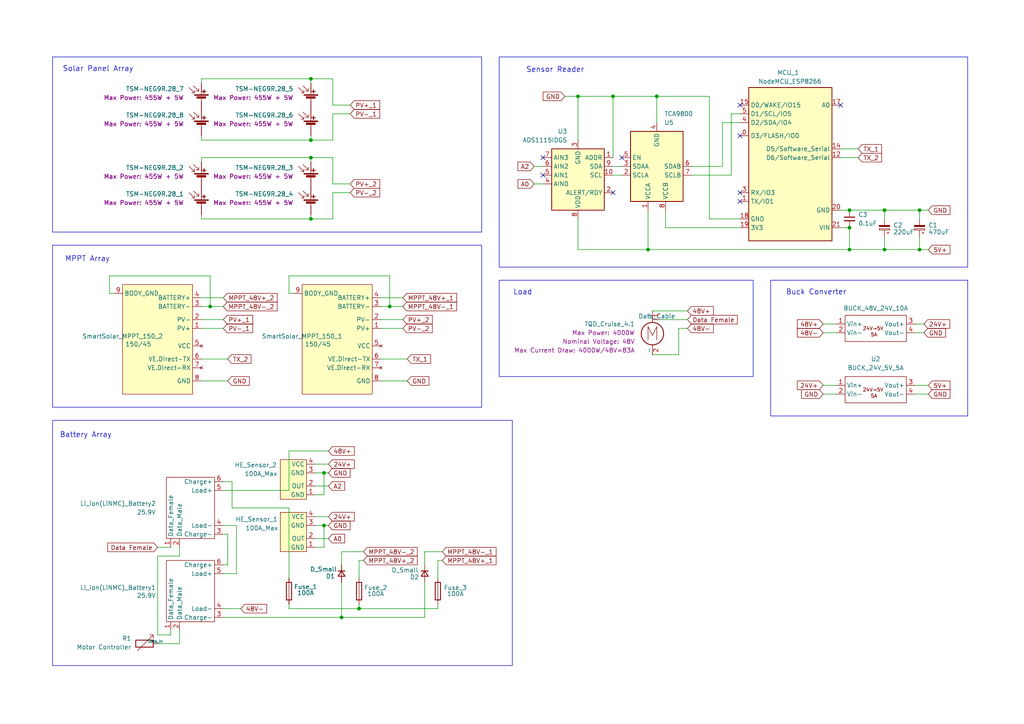
<source format=kicad_sch>
(kicad_sch
	(version 20250114)
	(generator "eeschema")
	(generator_version "9.0")
	(uuid "75fc4f1f-f685-4434-8d3d-f14a86ca3325")
	(paper "A4")
	(lib_symbols
		(symbol "Analog_ADC:ADS1115IDGS"
			(exclude_from_sim no)
			(in_bom yes)
			(on_board yes)
			(property "Reference" "U"
				(at 2.54 13.97 0)
				(effects
					(font
						(size 1.27 1.27)
					)
				)
			)
			(property "Value" "ADS1115IDGS"
				(at 7.62 11.43 0)
				(effects
					(font
						(size 1.27 1.27)
					)
				)
			)
			(property "Footprint" "Package_SO:TSSOP-10_3x3mm_P0.5mm"
				(at 0 -12.7 0)
				(effects
					(font
						(size 1.27 1.27)
					)
					(hide yes)
				)
			)
			(property "Datasheet" "http://www.ti.com/lit/ds/symlink/ads1113.pdf"
				(at -1.27 -22.86 0)
				(effects
					(font
						(size 1.27 1.27)
					)
					(hide yes)
				)
			)
			(property "Description" "Ultra-Small, Low-Power, I2C-Compatible, 860-SPS, 16-Bit ADCs With Internal Reference, Oscillator, and Programmable Comparator, VSSOP-10"
				(at 0 0 0)
				(effects
					(font
						(size 1.27 1.27)
					)
					(hide yes)
				)
			)
			(property "ki_keywords" "16 bit 4 channel I2C ADC"
				(at 0 0 0)
				(effects
					(font
						(size 1.27 1.27)
					)
					(hide yes)
				)
			)
			(property "ki_fp_filters" "TSSOP*3x3mm*P0.5mm*"
				(at 0 0 0)
				(effects
					(font
						(size 1.27 1.27)
					)
					(hide yes)
				)
			)
			(symbol "ADS1115IDGS_0_1"
				(rectangle
					(start -7.62 10.16)
					(end 7.62 -7.62)
					(stroke
						(width 0.254)
						(type default)
					)
					(fill
						(type background)
					)
				)
			)
			(symbol "ADS1115IDGS_1_1"
				(pin input line
					(at -10.16 2.54 0)
					(length 2.54)
					(name "AIN0"
						(effects
							(font
								(size 1.27 1.27)
							)
						)
					)
					(number "4"
						(effects
							(font
								(size 1.27 1.27)
							)
						)
					)
				)
				(pin input line
					(at -10.16 0 0)
					(length 2.54)
					(name "AIN1"
						(effects
							(font
								(size 1.27 1.27)
							)
						)
					)
					(number "5"
						(effects
							(font
								(size 1.27 1.27)
							)
						)
					)
				)
				(pin input line
					(at -10.16 -2.54 0)
					(length 2.54)
					(name "AIN2"
						(effects
							(font
								(size 1.27 1.27)
							)
						)
					)
					(number "6"
						(effects
							(font
								(size 1.27 1.27)
							)
						)
					)
				)
				(pin input line
					(at -10.16 -5.08 0)
					(length 2.54)
					(name "AIN3"
						(effects
							(font
								(size 1.27 1.27)
							)
						)
					)
					(number "7"
						(effects
							(font
								(size 1.27 1.27)
							)
						)
					)
				)
				(pin power_in line
					(at 0 12.7 270)
					(length 2.54)
					(name "VDD"
						(effects
							(font
								(size 1.27 1.27)
							)
						)
					)
					(number "8"
						(effects
							(font
								(size 1.27 1.27)
							)
						)
					)
				)
				(pin power_in line
					(at 0 -10.16 90)
					(length 2.54)
					(name "GND"
						(effects
							(font
								(size 1.27 1.27)
							)
						)
					)
					(number "3"
						(effects
							(font
								(size 1.27 1.27)
							)
						)
					)
				)
				(pin output line
					(at 10.16 5.08 180)
					(length 2.54)
					(name "ALERT/RDY"
						(effects
							(font
								(size 1.27 1.27)
							)
						)
					)
					(number "2"
						(effects
							(font
								(size 1.27 1.27)
							)
						)
					)
				)
				(pin input line
					(at 10.16 0 180)
					(length 2.54)
					(name "SCL"
						(effects
							(font
								(size 1.27 1.27)
							)
						)
					)
					(number "10"
						(effects
							(font
								(size 1.27 1.27)
							)
						)
					)
				)
				(pin bidirectional line
					(at 10.16 -2.54 180)
					(length 2.54)
					(name "SDA"
						(effects
							(font
								(size 1.27 1.27)
							)
						)
					)
					(number "9"
						(effects
							(font
								(size 1.27 1.27)
							)
						)
					)
				)
				(pin input line
					(at 10.16 -5.08 180)
					(length 2.54)
					(name "ADDR"
						(effects
							(font
								(size 1.27 1.27)
							)
						)
					)
					(number "1"
						(effects
							(font
								(size 1.27 1.27)
							)
						)
					)
				)
			)
			(embedded_fonts no)
		)
		(symbol "Device:C_Polarized_Small"
			(pin_numbers
				(hide yes)
			)
			(pin_names
				(offset 0.254)
				(hide yes)
			)
			(exclude_from_sim no)
			(in_bom yes)
			(on_board yes)
			(property "Reference" "C"
				(at 0.254 1.778 0)
				(effects
					(font
						(size 1.27 1.27)
					)
					(justify left)
				)
			)
			(property "Value" "C_Polarized_Small"
				(at 0.254 -2.032 0)
				(effects
					(font
						(size 1.27 1.27)
					)
					(justify left)
				)
			)
			(property "Footprint" ""
				(at 0 0 0)
				(effects
					(font
						(size 1.27 1.27)
					)
					(hide yes)
				)
			)
			(property "Datasheet" "~"
				(at 0 0 0)
				(effects
					(font
						(size 1.27 1.27)
					)
					(hide yes)
				)
			)
			(property "Description" "Polarized capacitor, small symbol"
				(at 0 0 0)
				(effects
					(font
						(size 1.27 1.27)
					)
					(hide yes)
				)
			)
			(property "ki_keywords" "cap capacitor"
				(at 0 0 0)
				(effects
					(font
						(size 1.27 1.27)
					)
					(hide yes)
				)
			)
			(property "ki_fp_filters" "CP_*"
				(at 0 0 0)
				(effects
					(font
						(size 1.27 1.27)
					)
					(hide yes)
				)
			)
			(symbol "C_Polarized_Small_0_1"
				(rectangle
					(start -1.524 0.6858)
					(end 1.524 0.3048)
					(stroke
						(width 0)
						(type default)
					)
					(fill
						(type none)
					)
				)
				(rectangle
					(start -1.524 -0.3048)
					(end 1.524 -0.6858)
					(stroke
						(width 0)
						(type default)
					)
					(fill
						(type outline)
					)
				)
				(polyline
					(pts
						(xy -1.27 1.524) (xy -0.762 1.524)
					)
					(stroke
						(width 0)
						(type default)
					)
					(fill
						(type none)
					)
				)
				(polyline
					(pts
						(xy -1.016 1.27) (xy -1.016 1.778)
					)
					(stroke
						(width 0)
						(type default)
					)
					(fill
						(type none)
					)
				)
			)
			(symbol "C_Polarized_Small_1_1"
				(pin passive line
					(at 0 2.54 270)
					(length 1.8542)
					(name "~"
						(effects
							(font
								(size 1.27 1.27)
							)
						)
					)
					(number "1"
						(effects
							(font
								(size 1.27 1.27)
							)
						)
					)
				)
				(pin passive line
					(at 0 -2.54 90)
					(length 1.8542)
					(name "~"
						(effects
							(font
								(size 1.27 1.27)
							)
						)
					)
					(number "2"
						(effects
							(font
								(size 1.27 1.27)
							)
						)
					)
				)
			)
			(embedded_fonts no)
		)
		(symbol "Device:C_Small"
			(pin_numbers
				(hide yes)
			)
			(pin_names
				(offset 0.254)
				(hide yes)
			)
			(exclude_from_sim no)
			(in_bom yes)
			(on_board yes)
			(property "Reference" "C"
				(at 0.254 1.778 0)
				(effects
					(font
						(size 1.27 1.27)
					)
					(justify left)
				)
			)
			(property "Value" "C_Small"
				(at 0.254 -2.032 0)
				(effects
					(font
						(size 1.27 1.27)
					)
					(justify left)
				)
			)
			(property "Footprint" ""
				(at 0 0 0)
				(effects
					(font
						(size 1.27 1.27)
					)
					(hide yes)
				)
			)
			(property "Datasheet" "~"
				(at 0 0 0)
				(effects
					(font
						(size 1.27 1.27)
					)
					(hide yes)
				)
			)
			(property "Description" "Unpolarized capacitor, small symbol"
				(at 0 0 0)
				(effects
					(font
						(size 1.27 1.27)
					)
					(hide yes)
				)
			)
			(property "ki_keywords" "capacitor cap"
				(at 0 0 0)
				(effects
					(font
						(size 1.27 1.27)
					)
					(hide yes)
				)
			)
			(property "ki_fp_filters" "C_*"
				(at 0 0 0)
				(effects
					(font
						(size 1.27 1.27)
					)
					(hide yes)
				)
			)
			(symbol "C_Small_0_1"
				(polyline
					(pts
						(xy -1.524 0.508) (xy 1.524 0.508)
					)
					(stroke
						(width 0.3048)
						(type default)
					)
					(fill
						(type none)
					)
				)
				(polyline
					(pts
						(xy -1.524 -0.508) (xy 1.524 -0.508)
					)
					(stroke
						(width 0.3302)
						(type default)
					)
					(fill
						(type none)
					)
				)
			)
			(symbol "C_Small_1_1"
				(pin passive line
					(at 0 2.54 270)
					(length 2.032)
					(name "~"
						(effects
							(font
								(size 1.27 1.27)
							)
						)
					)
					(number "1"
						(effects
							(font
								(size 1.27 1.27)
							)
						)
					)
				)
				(pin passive line
					(at 0 -2.54 90)
					(length 2.032)
					(name "~"
						(effects
							(font
								(size 1.27 1.27)
							)
						)
					)
					(number "2"
						(effects
							(font
								(size 1.27 1.27)
							)
						)
					)
				)
			)
			(embedded_fonts no)
		)
		(symbol "Device:D_Small"
			(pin_numbers
				(hide yes)
			)
			(pin_names
				(offset 0.254)
				(hide yes)
			)
			(exclude_from_sim no)
			(in_bom yes)
			(on_board yes)
			(property "Reference" "D"
				(at -1.27 2.032 0)
				(effects
					(font
						(size 1.27 1.27)
					)
					(justify left)
				)
			)
			(property "Value" "D_Small"
				(at -3.81 -2.032 0)
				(effects
					(font
						(size 1.27 1.27)
					)
					(justify left)
				)
			)
			(property "Footprint" ""
				(at 0 0 90)
				(effects
					(font
						(size 1.27 1.27)
					)
					(hide yes)
				)
			)
			(property "Datasheet" "~"
				(at 0 0 90)
				(effects
					(font
						(size 1.27 1.27)
					)
					(hide yes)
				)
			)
			(property "Description" "Diode, small symbol"
				(at 0 0 0)
				(effects
					(font
						(size 1.27 1.27)
					)
					(hide yes)
				)
			)
			(property "Sim.Device" "D"
				(at 0 0 0)
				(effects
					(font
						(size 1.27 1.27)
					)
					(hide yes)
				)
			)
			(property "Sim.Pins" "1=K 2=A"
				(at 0 0 0)
				(effects
					(font
						(size 1.27 1.27)
					)
					(hide yes)
				)
			)
			(property "ki_keywords" "diode"
				(at 0 0 0)
				(effects
					(font
						(size 1.27 1.27)
					)
					(hide yes)
				)
			)
			(property "ki_fp_filters" "TO-???* *_Diode_* *SingleDiode* D_*"
				(at 0 0 0)
				(effects
					(font
						(size 1.27 1.27)
					)
					(hide yes)
				)
			)
			(symbol "D_Small_0_1"
				(polyline
					(pts
						(xy -0.762 0) (xy 0.762 0)
					)
					(stroke
						(width 0)
						(type default)
					)
					(fill
						(type none)
					)
				)
				(polyline
					(pts
						(xy -0.762 -1.016) (xy -0.762 1.016)
					)
					(stroke
						(width 0.254)
						(type default)
					)
					(fill
						(type none)
					)
				)
				(polyline
					(pts
						(xy 0.762 -1.016) (xy -0.762 0) (xy 0.762 1.016) (xy 0.762 -1.016)
					)
					(stroke
						(width 0.254)
						(type default)
					)
					(fill
						(type none)
					)
				)
			)
			(symbol "D_Small_1_1"
				(pin passive line
					(at -2.54 0 0)
					(length 1.778)
					(name "K"
						(effects
							(font
								(size 1.27 1.27)
							)
						)
					)
					(number "1"
						(effects
							(font
								(size 1.27 1.27)
							)
						)
					)
				)
				(pin passive line
					(at 2.54 0 180)
					(length 1.778)
					(name "A"
						(effects
							(font
								(size 1.27 1.27)
							)
						)
					)
					(number "2"
						(effects
							(font
								(size 1.27 1.27)
							)
						)
					)
				)
			)
			(embedded_fonts no)
		)
		(symbol "Device:Fuse"
			(pin_numbers
				(hide yes)
			)
			(pin_names
				(offset 0)
			)
			(exclude_from_sim no)
			(in_bom yes)
			(on_board yes)
			(property "Reference" "F"
				(at 2.032 0 90)
				(effects
					(font
						(size 1.27 1.27)
					)
				)
			)
			(property "Value" "Fuse"
				(at -1.905 0 90)
				(effects
					(font
						(size 1.27 1.27)
					)
				)
			)
			(property "Footprint" ""
				(at -1.778 0 90)
				(effects
					(font
						(size 1.27 1.27)
					)
					(hide yes)
				)
			)
			(property "Datasheet" "~"
				(at 0 0 0)
				(effects
					(font
						(size 1.27 1.27)
					)
					(hide yes)
				)
			)
			(property "Description" "Fuse"
				(at 0 0 0)
				(effects
					(font
						(size 1.27 1.27)
					)
					(hide yes)
				)
			)
			(property "ki_keywords" "fuse"
				(at 0 0 0)
				(effects
					(font
						(size 1.27 1.27)
					)
					(hide yes)
				)
			)
			(property "ki_fp_filters" "*Fuse*"
				(at 0 0 0)
				(effects
					(font
						(size 1.27 1.27)
					)
					(hide yes)
				)
			)
			(symbol "Fuse_0_1"
				(rectangle
					(start -0.762 -2.54)
					(end 0.762 2.54)
					(stroke
						(width 0.254)
						(type default)
					)
					(fill
						(type none)
					)
				)
				(polyline
					(pts
						(xy 0 2.54) (xy 0 -2.54)
					)
					(stroke
						(width 0)
						(type default)
					)
					(fill
						(type none)
					)
				)
			)
			(symbol "Fuse_1_1"
				(pin passive line
					(at 0 3.81 270)
					(length 1.27)
					(name "~"
						(effects
							(font
								(size 1.27 1.27)
							)
						)
					)
					(number "1"
						(effects
							(font
								(size 1.27 1.27)
							)
						)
					)
				)
				(pin passive line
					(at 0 -3.81 90)
					(length 1.27)
					(name "~"
						(effects
							(font
								(size 1.27 1.27)
							)
						)
					)
					(number "2"
						(effects
							(font
								(size 1.27 1.27)
							)
						)
					)
				)
			)
			(embedded_fonts no)
		)
		(symbol "Interface:TCA9800"
			(exclude_from_sim no)
			(in_bom yes)
			(on_board yes)
			(property "Reference" "U"
				(at -7.62 11.43 0)
				(effects
					(font
						(size 1.27 1.27)
					)
					(justify left)
				)
			)
			(property "Value" "TCA9800"
				(at 5.08 11.43 0)
				(effects
					(font
						(size 1.27 1.27)
					)
					(justify left)
				)
			)
			(property "Footprint" "Package_SO:VSSOP-8_3x3mm_P0.65mm"
				(at 22.86 -11.43 0)
				(effects
					(font
						(size 1.27 1.27)
					)
					(hide yes)
				)
			)
			(property "Datasheet" "http://www.ti.com/lit/ds/symlink/tca9800.pdf"
				(at -7.62 11.43 0)
				(effects
					(font
						(size 1.27 1.27)
					)
					(hide yes)
				)
			)
			(property "Description" "Level-Translating I2C Bus Buffer/Repeater 0.54mA Current Source, VSSOP-8"
				(at 0 0 0)
				(effects
					(font
						(size 1.27 1.27)
					)
					(hide yes)
				)
			)
			(property "ki_keywords" "I2C buffer repeater"
				(at 0 0 0)
				(effects
					(font
						(size 1.27 1.27)
					)
					(hide yes)
				)
			)
			(property "ki_fp_filters" "VSSOP*3x3mm*P0.65mm*"
				(at 0 0 0)
				(effects
					(font
						(size 1.27 1.27)
					)
					(hide yes)
				)
			)
			(symbol "TCA9800_0_1"
				(rectangle
					(start -7.62 10.16)
					(end 7.62 -10.16)
					(stroke
						(width 0.254)
						(type default)
					)
					(fill
						(type background)
					)
				)
			)
			(symbol "TCA9800_1_1"
				(pin bidirectional line
					(at -10.16 2.54 0)
					(length 2.54)
					(name "SCLA"
						(effects
							(font
								(size 1.27 1.27)
							)
						)
					)
					(number "2"
						(effects
							(font
								(size 1.27 1.27)
							)
						)
					)
				)
				(pin bidirectional line
					(at -10.16 0 0)
					(length 2.54)
					(name "SDAA"
						(effects
							(font
								(size 1.27 1.27)
							)
						)
					)
					(number "3"
						(effects
							(font
								(size 1.27 1.27)
							)
						)
					)
				)
				(pin input line
					(at -10.16 -2.54 0)
					(length 2.54)
					(name "EN"
						(effects
							(font
								(size 1.27 1.27)
							)
						)
					)
					(number "5"
						(effects
							(font
								(size 1.27 1.27)
							)
						)
					)
				)
				(pin power_in line
					(at -2.54 12.7 270)
					(length 2.54)
					(name "VCCA"
						(effects
							(font
								(size 1.27 1.27)
							)
						)
					)
					(number "1"
						(effects
							(font
								(size 1.27 1.27)
							)
						)
					)
				)
				(pin power_in line
					(at 0 -12.7 90)
					(length 2.54)
					(name "GND"
						(effects
							(font
								(size 1.27 1.27)
							)
						)
					)
					(number "4"
						(effects
							(font
								(size 1.27 1.27)
							)
						)
					)
				)
				(pin power_in line
					(at 2.54 12.7 270)
					(length 2.54)
					(name "VCCB"
						(effects
							(font
								(size 1.27 1.27)
							)
						)
					)
					(number "8"
						(effects
							(font
								(size 1.27 1.27)
							)
						)
					)
				)
				(pin bidirectional line
					(at 10.16 2.54 180)
					(length 2.54)
					(name "SCLB"
						(effects
							(font
								(size 1.27 1.27)
							)
						)
					)
					(number "7"
						(effects
							(font
								(size 1.27 1.27)
							)
						)
					)
				)
				(pin bidirectional line
					(at 10.16 0 180)
					(length 2.54)
					(name "SDAB"
						(effects
							(font
								(size 1.27 1.27)
							)
						)
					)
					(number "6"
						(effects
							(font
								(size 1.27 1.27)
							)
						)
					)
				)
			)
			(embedded_fonts no)
		)
		(symbol "Proa:BUCK_24V_5V_5A"
			(exclude_from_sim no)
			(in_bom yes)
			(on_board yes)
			(property "Reference" "U?"
				(at 0.508 7.112 0)
				(effects
					(font
						(size 1.27 1.27)
					)
				)
			)
			(property "Value" "BUCK_24V_5V_5A"
				(at 0 4.826 0)
				(effects
					(font
						(size 1.27 1.27)
					)
				)
			)
			(property "Footprint" ""
				(at 0 0 0)
				(effects
					(font
						(size 1.27 1.27)
					)
					(hide yes)
				)
			)
			(property "Datasheet" ""
				(at 0 0 0)
				(effects
					(font
						(size 1.27 1.27)
					)
					(hide yes)
				)
			)
			(property "Description" ""
				(at 0 0 0)
				(effects
					(font
						(size 1.27 1.27)
					)
					(hide yes)
				)
			)
			(symbol "BUCK_24V_5V_5A_0_1"
				(rectangle
					(start -8.89 3.81)
					(end 8.89 -3.81)
					(stroke
						(width 0)
						(type default)
					)
					(fill
						(type none)
					)
				)
			)
			(symbol "BUCK_24V_5V_5A_1_1"
				(text "24V→5V\n"
					(at -0.762 0 0)
					(effects
						(font
							(size 1.016 1.016)
						)
					)
				)
				(text "5A"
					(at -0.508 -1.778 0)
					(effects
						(font
							(size 1.016 1.016)
						)
					)
				)
				(text private "#SIM_MODEL=BUCK_24V_5V_5A"
					(at 0 13.462 0)
					(effects
						(font
							(size 1.27 1.27)
						)
					)
				)
				(pin passive line
					(at -11.43 1.27 0)
					(length 2.54)
					(name "Vin+"
						(effects
							(font
								(size 1.27 1.27)
							)
						)
					)
					(number "1"
						(effects
							(font
								(size 1.27 1.27)
							)
						)
					)
				)
				(pin passive line
					(at -11.43 -1.27 0)
					(length 2.54)
					(name "Vin-"
						(effects
							(font
								(size 1.27 1.27)
							)
						)
					)
					(number "2"
						(effects
							(font
								(size 1.27 1.27)
							)
						)
					)
				)
				(pin power_out line
					(at 11.43 1.27 180)
					(length 2.54)
					(name "Vout+"
						(effects
							(font
								(size 1.27 1.27)
							)
						)
					)
					(number "3"
						(effects
							(font
								(size 1.27 1.27)
							)
						)
					)
				)
				(pin power_out line
					(at 11.43 -1.27 180)
					(length 2.54)
					(name "Vout-"
						(effects
							(font
								(size 1.27 1.27)
							)
						)
					)
					(number "4"
						(effects
							(font
								(size 1.27 1.27)
							)
						)
					)
				)
			)
			(embedded_fonts no)
		)
		(symbol "Proa:BUCK_48V_24V_?A"
			(exclude_from_sim no)
			(in_bom yes)
			(on_board yes)
			(property "Reference" "U?"
				(at 0.508 7.112 0)
				(effects
					(font
						(size 1.27 1.27)
					)
				)
			)
			(property "Value" "BUCK_48V_24V_?A"
				(at 0 4.826 0)
				(effects
					(font
						(size 1.27 1.27)
					)
				)
			)
			(property "Footprint" ""
				(at 0 0 0)
				(effects
					(font
						(size 1.27 1.27)
					)
					(hide yes)
				)
			)
			(property "Datasheet" ""
				(at 0 0 0)
				(effects
					(font
						(size 1.27 1.27)
					)
					(hide yes)
				)
			)
			(property "Description" ""
				(at 0 0 0)
				(effects
					(font
						(size 1.27 1.27)
					)
					(hide yes)
				)
			)
			(symbol "BUCK_48V_24V_?A_0_1"
				(rectangle
					(start -8.89 3.81)
					(end 8.89 -3.81)
					(stroke
						(width 0)
						(type default)
					)
					(fill
						(type none)
					)
				)
			)
			(symbol "BUCK_48V_24V_?A_1_1"
				(text "24V→5V\n"
					(at -0.762 0 0)
					(effects
						(font
							(size 1.016 1.016)
						)
					)
				)
				(text "5A"
					(at -0.508 -1.778 0)
					(effects
						(font
							(size 1.016 1.016)
						)
					)
				)
				(text private "#SIM_MODEL=BUCK_24V_5V_5A"
					(at 0 13.462 0)
					(effects
						(font
							(size 1.27 1.27)
						)
					)
				)
				(pin passive line
					(at -11.43 1.27 0)
					(length 2.54)
					(name "Vin+"
						(effects
							(font
								(size 1.27 1.27)
							)
						)
					)
					(number "1"
						(effects
							(font
								(size 1.27 1.27)
							)
						)
					)
				)
				(pin passive line
					(at -11.43 -1.27 0)
					(length 2.54)
					(name "Vin-"
						(effects
							(font
								(size 1.27 1.27)
							)
						)
					)
					(number "2"
						(effects
							(font
								(size 1.27 1.27)
							)
						)
					)
				)
				(pin power_out line
					(at 11.43 1.27 180)
					(length 2.54)
					(name "Vout+"
						(effects
							(font
								(size 1.27 1.27)
							)
						)
					)
					(number "3"
						(effects
							(font
								(size 1.27 1.27)
							)
						)
					)
				)
				(pin passive line
					(at 11.43 -1.27 180)
					(length 2.54)
					(name "Vout-"
						(effects
							(font
								(size 1.27 1.27)
							)
						)
					)
					(number "4"
						(effects
							(font
								(size 1.27 1.27)
							)
						)
					)
				)
			)
			(embedded_fonts no)
		)
		(symbol "Proa:Hall effect current sensor +24V QNDBK1-21"
			(exclude_from_sim no)
			(in_bom yes)
			(on_board yes)
			(property "Reference" "100A"
				(at 5.588 0 0)
				(effects
					(font
						(size 1.27 1.27)
					)
				)
			)
			(property "Value" ""
				(at 0 0 0)
				(effects
					(font
						(size 1.27 1.27)
					)
				)
			)
			(property "Footprint" ""
				(at 0 0 0)
				(effects
					(font
						(size 1.27 1.27)
					)
					(hide yes)
				)
			)
			(property "Datasheet" ""
				(at 0 0 0)
				(effects
					(font
						(size 1.27 1.27)
					)
					(hide yes)
				)
			)
			(property "Description" ""
				(at 0 0 0)
				(effects
					(font
						(size 1.27 1.27)
					)
					(hide yes)
				)
			)
			(symbol "Hall effect current sensor +24V QNDBK1-21_1_1"
				(rectangle
					(start -5.08 5.08)
					(end 2.54 -6.35)
					(stroke
						(width 0)
						(type solid)
					)
					(fill
						(type background)
					)
				)
				(pin passive line
					(at -7.62 3.81 0)
					(length 2.54)
					(name "GND"
						(effects
							(font
								(size 1.27 1.27)
							)
						)
					)
					(number "1"
						(effects
							(font
								(size 1.27 1.27)
							)
						)
					)
				)
				(pin output line
					(at -7.62 1.27 0)
					(length 2.54)
					(name "OUT"
						(effects
							(font
								(size 1.27 1.27)
							)
						)
					)
					(number "2"
						(effects
							(font
								(size 1.27 1.27)
							)
						)
					)
				)
				(pin power_in line
					(at -7.62 -2.54 0)
					(length 2.54)
					(name "GND"
						(effects
							(font
								(size 1.27 1.27)
							)
						)
					)
					(number "3"
						(effects
							(font
								(size 1.27 1.27)
							)
						)
					)
				)
				(pin power_in line
					(at -7.62 -5.08 0)
					(length 2.54)
					(name "VCC"
						(effects
							(font
								(size 1.27 1.27)
							)
						)
					)
					(number "4"
						(effects
							(font
								(size 1.27 1.27)
							)
						)
					)
				)
			)
			(embedded_fonts no)
		)
		(symbol "Proa:Li-ion_with_data_ports"
			(exclude_from_sim no)
			(in_bom yes)
			(on_board yes)
			(property "Reference" "Li_ion(LiNMC)_Battery"
				(at 0.508 12.446 0)
				(effects
					(font
						(size 1.27 1.27)
					)
				)
			)
			(property "Value" "25.9V"
				(at 0 10.16 0)
				(effects
					(font
						(size 1.27 1.27)
					)
				)
			)
			(property "Footprint" ""
				(at 0 0 0)
				(effects
					(font
						(size 1.27 1.27)
					)
					(hide yes)
				)
			)
			(property "Datasheet" ""
				(at 0 0 0)
				(effects
					(font
						(size 1.27 1.27)
					)
					(hide yes)
				)
			)
			(property "Description" ""
				(at 0 0 0)
				(effects
					(font
						(size 1.27 1.27)
					)
					(hide yes)
				)
			)
			(property "Max Charge" "100A"
				(at 18.542 5.334 0)
				(show_name)
				(effects
					(font
						(size 1.27 1.27)
					)
				)
			)
			(property "Max Discharge" "180A"
				(at 19.812 7.366 0)
				(show_name)
				(effects
					(font
						(size 1.27 1.27)
					)
				)
			)
			(symbol "Li-ion_with_data_ports_0_1"
				(rectangle
					(start -8.89 8.89)
					(end 8.89 -5.08)
					(stroke
						(width 0)
						(type default)
					)
					(fill
						(type none)
					)
				)
			)
			(symbol "Li-ion_with_data_ports_1_1"
				(pin passive line
					(at -11.43 7.62 0)
					(length 2.54)
					(name "Data_Female"
						(effects
							(font
								(size 1.27 1.27)
							)
						)
					)
					(number "1"
						(effects
							(font
								(size 1.27 1.27)
							)
						)
					)
				)
				(pin passive line
					(at -11.43 5.08 0)
					(length 2.54)
					(name "Data_Male"
						(effects
							(font
								(size 1.27 1.27)
							)
						)
					)
					(number "2"
						(effects
							(font
								(size 1.27 1.27)
							)
						)
					)
				)
				(pin passive line
					(at -7.62 -7.62 90)
					(length 2.54)
					(name "Charge-"
						(effects
							(font
								(size 1.27 1.27)
							)
						)
					)
					(number "3"
						(effects
							(font
								(size 1.27 1.27)
							)
						)
					)
				)
				(pin passive line
					(at -5.08 -7.62 90)
					(length 2.54)
					(name "Load-"
						(effects
							(font
								(size 1.27 1.27)
							)
						)
					)
					(number "4"
						(effects
							(font
								(size 1.27 1.27)
							)
						)
					)
				)
				(pin output line
					(at 5.08 -7.62 90)
					(length 2.54)
					(name "Load+"
						(effects
							(font
								(size 1.27 1.27)
							)
						)
					)
					(number "5"
						(effects
							(font
								(size 1.27 1.27)
							)
						)
					)
				)
				(pin output line
					(at 7.62 -7.62 90)
					(length 2.54)
					(name "Charge+"
						(effects
							(font
								(size 1.27 1.27)
							)
						)
					)
					(number "6"
						(effects
							(font
								(size 1.27 1.27)
							)
						)
					)
				)
			)
			(embedded_fonts no)
		)
		(symbol "Proa:Motor Controller"
			(pin_numbers
				(hide yes)
			)
			(pin_names
				(offset 0)
			)
			(exclude_from_sim no)
			(in_bom yes)
			(on_board yes)
			(property "Reference" "R"
				(at 2.54 2.54 0)
				(effects
					(font
						(size 1.27 1.27)
					)
					(justify right)
				)
			)
			(property "Value" "Motor Controller"
				(at 8.382 7.366 0)
				(effects
					(font
						(size 1.27 1.27)
					)
					(justify right)
				)
			)
			(property "Footprint" ""
				(at 0 -1.778 0)
				(effects
					(font
						(size 1.27 1.27)
					)
					(hide yes)
				)
			)
			(property "Datasheet" "~"
				(at 0 0 90)
				(effects
					(font
						(size 1.27 1.27)
					)
					(hide yes)
				)
			)
			(property "Description" "Variable resistor"
				(at 0.508 4.826 0)
				(effects
					(font
						(size 1.27 1.27)
					)
					(hide yes)
				)
			)
			(property "ki_keywords" "R res resistor variable potentiometer rheostat"
				(at 0 0 0)
				(effects
					(font
						(size 1.27 1.27)
					)
					(hide yes)
				)
			)
			(property "ki_fp_filters" "R_*"
				(at 0 0 0)
				(effects
					(font
						(size 1.27 1.27)
					)
					(hide yes)
				)
			)
			(symbol "Motor Controller_0_1"
				(rectangle
					(start -2.54 1.016)
					(end 2.54 -1.016)
					(stroke
						(width 0.254)
						(type default)
					)
					(fill
						(type none)
					)
				)
				(polyline
					(pts
						(xy -1.524 2.54) (xy -2.54 2.54) (xy -2.54 1.524) (xy -2.54 2.54) (xy 2.032 -2.032)
					)
					(stroke
						(width 0)
						(type default)
					)
					(fill
						(type none)
					)
				)
			)
			(symbol "Motor Controller_1_1"
				(pin passive line
					(at -3.81 0 0)
					(length 1.27)
					(name "Data_In"
						(effects
							(font
								(size 0.762 0.762)
							)
						)
					)
					(number "1"
						(effects
							(font
								(size 1.27 1.27)
							)
						)
					)
				)
			)
			(embedded_fonts no)
		)
		(symbol "Proa:NodeMCU_ESP8266"
			(exclude_from_sim no)
			(in_bom yes)
			(on_board yes)
			(property "Reference" "MCU_?"
				(at 8.89 -24.13 0)
				(effects
					(font
						(size 1.27 1.27)
					)
					(justify right)
				)
			)
			(property "Value" "NodeMCU_ESP8266"
				(at 6.35 24.384 0)
				(effects
					(font
						(size 1.27 1.27)
					)
					(justify right)
				)
			)
			(property "Footprint" ""
				(at -3.81 39.37 0)
				(effects
					(font
						(size 1.27 1.27)
					)
					(justify right)
					(hide yes)
				)
			)
			(property "Datasheet" ""
				(at -1.27 35.56 0)
				(effects
					(font
						(size 1.27 1.27)
					)
					(hide yes)
				)
			)
			(property "Description" ""
				(at -1.27 5.08 0)
				(effects
					(font
						(size 1.27 1.27)
					)
					(hide yes)
				)
			)
			(property "ki_fp_filters" "Adafruit*Feather*"
				(at 0 0 0)
				(effects
					(font
						(size 1.27 1.27)
					)
					(hide yes)
				)
			)
			(symbol "NodeMCU_ESP8266_0_1"
				(rectangle
					(start -13.97 21.59)
					(end 10.16 -22.86)
					(stroke
						(width 0.254)
						(type default)
					)
					(fill
						(type background)
					)
				)
			)
			(symbol "NodeMCU_ESP8266_1_1"
				(pin input line
					(at -16.51 16.51 0)
					(length 2.54)
					(name "A0"
						(effects
							(font
								(size 1.27 1.27)
							)
						)
					)
					(number "17"
						(effects
							(font
								(size 1.27 1.27)
							)
						)
					)
				)
				(pin bidirectional line
					(at -16.51 3.81 0)
					(length 2.54)
					(name "D5/Software_Serial"
						(effects
							(font
								(size 1.27 1.27)
							)
						)
					)
					(number "14"
						(effects
							(font
								(size 1.27 1.27)
							)
						)
					)
				)
				(pin bidirectional line
					(at -16.51 1.27 0)
					(length 2.54)
					(name "D6/Software_Serial"
						(effects
							(font
								(size 1.27 1.27)
							)
						)
					)
					(number "12"
						(effects
							(font
								(size 1.27 1.27)
							)
						)
					)
				)
				(pin power_in line
					(at -16.51 -13.97 0)
					(length 2.54)
					(name "GND"
						(effects
							(font
								(size 1.27 1.27)
							)
						)
					)
					(number "20"
						(effects
							(font
								(size 1.27 1.27)
							)
						)
					)
				)
				(pin power_in line
					(at -16.51 -19.05 0)
					(length 2.54)
					(name "VIN"
						(effects
							(font
								(size 1.27 1.27)
							)
						)
					)
					(number "21"
						(effects
							(font
								(size 1.27 1.27)
							)
						)
					)
				)
				(pin bidirectional line
					(at 12.7 16.51 180)
					(length 2.54)
					(name "D0/WAKE/IO15"
						(effects
							(font
								(size 1.27 1.27)
							)
						)
					)
					(number "15"
						(effects
							(font
								(size 1.27 1.27)
							)
						)
					)
				)
				(pin bidirectional line
					(at 12.7 13.97 180)
					(length 2.54)
					(name "D1/SCL/IO5"
						(effects
							(font
								(size 1.27 1.27)
							)
						)
					)
					(number "5"
						(effects
							(font
								(size 1.27 1.27)
							)
						)
					)
				)
				(pin bidirectional line
					(at 12.7 11.43 180)
					(length 2.54)
					(name "D2/SDA/IO4"
						(effects
							(font
								(size 1.27 1.27)
							)
						)
					)
					(number "4"
						(effects
							(font
								(size 1.27 1.27)
							)
						)
					)
				)
				(pin bidirectional line
					(at 12.7 7.62 180)
					(length 2.54)
					(name "D3/FLASH/IO0"
						(effects
							(font
								(size 1.27 1.27)
							)
						)
					)
					(number "0"
						(effects
							(font
								(size 1.27 1.27)
							)
						)
					)
				)
				(pin bidirectional line
					(at 12.7 -8.89 180)
					(length 2.54)
					(name "RX/IO3"
						(effects
							(font
								(size 1.27 1.27)
							)
						)
					)
					(number "3"
						(effects
							(font
								(size 1.27 1.27)
							)
						)
					)
				)
				(pin bidirectional line
					(at 12.7 -11.43 180)
					(length 2.54)
					(name "TX/IO1"
						(effects
							(font
								(size 1.27 1.27)
							)
						)
					)
					(number "1"
						(effects
							(font
								(size 1.27 1.27)
							)
						)
					)
				)
				(pin power_in line
					(at 12.7 -16.51 180)
					(length 2.54)
					(name "GND"
						(effects
							(font
								(size 1.27 1.27)
							)
						)
					)
					(number "18"
						(effects
							(font
								(size 1.27 1.27)
							)
						)
					)
				)
				(pin power_out line
					(at 12.7 -19.05 180)
					(length 2.54)
					(name "3V3"
						(effects
							(font
								(size 1.27 1.27)
							)
						)
					)
					(number "19"
						(effects
							(font
								(size 1.27 1.27)
							)
						)
					)
				)
			)
			(embedded_fonts no)
		)
		(symbol "Proa:SmartSolar_MPPT_150_45"
			(exclude_from_sim no)
			(in_bom yes)
			(on_board yes)
			(property "Reference" "SmartSolar_MPPT_150_45"
				(at 2.54 11.938 0)
				(effects
					(font
						(size 1.27 1.27)
					)
				)
			)
			(property "Value" ""
				(at -431.8 127 0)
				(effects
					(font
						(size 1.27 1.27)
					)
				)
			)
			(property "Footprint" ""
				(at -431.8 127 0)
				(effects
					(font
						(size 1.27 1.27)
					)
					(hide yes)
				)
			)
			(property "Datasheet" ""
				(at -431.8 127 0)
				(effects
					(font
						(size 1.27 1.27)
					)
					(hide yes)
				)
			)
			(property "Description" ""
				(at -431.8 127 0)
				(effects
					(font
						(size 1.27 1.27)
					)
					(hide yes)
				)
			)
			(symbol "SmartSolar_MPPT_150_45_1_1"
				(rectangle
					(start -10.16 10.16)
					(end 10.16 -21.59)
					(stroke
						(width 0)
						(type solid)
					)
					(fill
						(type background)
					)
				)
				(pin power_out line
					(at -12.7 6.35 0)
					(length 2.54)
					(name "BATTERY+"
						(effects
							(font
								(size 1.27 1.27)
							)
						)
					)
					(number "4"
						(effects
							(font
								(size 1.27 1.27)
							)
						)
					)
				)
				(pin power_out line
					(at -12.7 3.81 0)
					(length 2.54)
					(name "BATTERY-"
						(effects
							(font
								(size 1.27 1.27)
							)
						)
					)
					(number "3"
						(effects
							(font
								(size 1.27 1.27)
							)
						)
					)
				)
				(pin input line
					(at -12.7 0 0)
					(length 2.54)
					(name "PV-"
						(effects
							(font
								(size 1.27 1.27)
							)
						)
					)
					(number "2"
						(effects
							(font
								(size 1.27 1.27)
							)
						)
					)
				)
				(pin input line
					(at -12.7 -2.54 0)
					(length 2.54)
					(name "PV+"
						(effects
							(font
								(size 1.27 1.27)
							)
						)
					)
					(number "1"
						(effects
							(font
								(size 1.27 1.27)
							)
						)
					)
				)
				(pin no_connect line
					(at -12.7 -7.62 0)
					(length 2.54)
					(name "VCC"
						(effects
							(font
								(size 1.27 1.27)
							)
						)
					)
					(number "5"
						(effects
							(font
								(size 1.27 1.27)
							)
						)
					)
				)
				(pin output line
					(at -12.7 -11.43 0)
					(length 2.54)
					(name "VE.Direct-TX"
						(effects
							(font
								(size 1.27 1.27)
							)
						)
					)
					(number "6"
						(effects
							(font
								(size 1.27 1.27)
							)
						)
					)
				)
				(pin no_connect line
					(at -12.7 -13.97 0)
					(length 2.54)
					(name "VE.Direct-RX"
						(effects
							(font
								(size 1.27 1.27)
							)
						)
					)
					(number "7"
						(effects
							(font
								(size 1.27 1.27)
							)
						)
					)
				)
				(pin input line
					(at -12.7 -17.78 0)
					(length 2.54)
					(name "GND"
						(effects
							(font
								(size 1.27 1.27)
							)
						)
					)
					(number "8"
						(effects
							(font
								(size 1.27 1.27)
							)
						)
					)
				)
				(pin passive line
					(at 12.7 7.62 180)
					(length 2.54)
					(name "BODY_GND"
						(effects
							(font
								(size 1.27 1.27)
							)
						)
					)
					(number "9"
						(effects
							(font
								(size 1.27 1.27)
							)
						)
					)
				)
			)
			(embedded_fonts no)
		)
		(symbol "Proa:Solar_Cell"
			(pin_numbers
				(hide yes)
			)
			(pin_names
				(offset 0)
				(hide yes)
			)
			(exclude_from_sim no)
			(in_bom yes)
			(on_board yes)
			(property "Reference" "TSM-NEG9R.28_3"
				(at 3.556 4.826 0)
				(effects
					(font
						(size 1.27 1.27)
					)
					(justify left)
				)
			)
			(property "Value" "455W"
				(at 3.81 0.8891 0)
				(effects
					(font
						(size 1.27 1.27)
					)
					(justify left)
					(hide yes)
				)
			)
			(property "Footprint" ""
				(at 0 1.524 90)
				(effects
					(font
						(size 1.27 1.27)
					)
					(hide yes)
				)
			)
			(property "Datasheet" "~"
				(at 0 1.524 90)
				(effects
					(font
						(size 1.27 1.27)
					)
					(hide yes)
				)
			)
			(property "Description" "Single solar cell"
				(at 0 0 0)
				(effects
					(font
						(size 1.27 1.27)
					)
					(hide yes)
				)
			)
			(property "Max Power" "455W + 5W"
				(at 14.986 2.794 0)
				(show_name)
				(effects
					(font
						(size 1.27 1.27)
					)
				)
			)
			(property "Max Voltage" "45V"
				(at 11.938 0.762 0)
				(show_name)
				(effects
					(font
						(size 1.27 1.27)
					)
				)
			)
			(property "Max Current" "10.11A"
				(at 13.462 -1.27 0)
				(show_name)
				(effects
					(font
						(size 1.27 1.27)
					)
				)
			)
			(property "ki_keywords" "solar cell"
				(at 0 0 0)
				(effects
					(font
						(size 1.27 1.27)
					)
					(hide yes)
				)
			)
			(symbol "Solar_Cell_0_1"
				(polyline
					(pts
						(xy -2.032 3.048) (xy -2.032 2.286) (xy -2.794 2.286)
					)
					(stroke
						(width 0)
						(type default)
					)
					(fill
						(type none)
					)
				)
				(polyline
					(pts
						(xy -2.032 2.286) (xy -3.556 3.81)
					)
					(stroke
						(width 0)
						(type default)
					)
					(fill
						(type none)
					)
				)
				(rectangle
					(start -2.032 1.778)
					(end 2.032 1.524)
					(stroke
						(width 0)
						(type default)
					)
					(fill
						(type outline)
					)
				)
				(rectangle
					(start -1.3208 1.1938)
					(end 1.27 0.6858)
					(stroke
						(width 0)
						(type default)
					)
					(fill
						(type outline)
					)
				)
				(polyline
					(pts
						(xy -0.762 3.556) (xy -0.762 2.794) (xy -1.524 2.794)
					)
					(stroke
						(width 0)
						(type default)
					)
					(fill
						(type none)
					)
				)
				(polyline
					(pts
						(xy -0.762 2.794) (xy -2.286 4.318)
					)
					(stroke
						(width 0)
						(type default)
					)
					(fill
						(type none)
					)
				)
				(polyline
					(pts
						(xy 0 1.778) (xy 0 2.54)
					)
					(stroke
						(width 0)
						(type default)
					)
					(fill
						(type none)
					)
				)
				(polyline
					(pts
						(xy 0 0.762) (xy 0 0)
					)
					(stroke
						(width 0)
						(type default)
					)
					(fill
						(type none)
					)
				)
				(polyline
					(pts
						(xy 0.254 2.667) (xy 1.27 2.667)
					)
					(stroke
						(width 0.254)
						(type default)
					)
					(fill
						(type none)
					)
				)
				(polyline
					(pts
						(xy 0.762 3.175) (xy 0.762 2.159)
					)
					(stroke
						(width 0.254)
						(type default)
					)
					(fill
						(type none)
					)
				)
			)
			(symbol "Solar_Cell_1_1"
				(pin passive line
					(at 0 5.08 270)
					(length 2.54)
					(name "+"
						(effects
							(font
								(size 1.27 1.27)
							)
						)
					)
					(number "1"
						(effects
							(font
								(size 1.27 1.27)
							)
						)
					)
				)
				(pin passive line
					(at 0 -2.54 90)
					(length 2.54)
					(name "-"
						(effects
							(font
								(size 1.27 1.27)
							)
						)
					)
					(number "2"
						(effects
							(font
								(size 1.27 1.27)
							)
						)
					)
				)
			)
			(embedded_fonts no)
		)
		(symbol "Proa:TQD Cruise 4.0"
			(pin_names
				(offset 0)
			)
			(exclude_from_sim no)
			(in_bom yes)
			(on_board yes)
			(property "Reference" "TQD_Cruise_4.0"
				(at 4.064 2.286 0)
				(effects
					(font
						(size 1.27 1.27)
					)
					(justify left)
				)
			)
			(property "Value" ""
				(at 2.54 -5.08 0)
				(effects
					(font
						(size 1.27 1.27)
					)
					(justify left top)
					(hide yes)
				)
			)
			(property "Footprint" ""
				(at 0 -2.286 0)
				(effects
					(font
						(size 1.27 1.27)
					)
					(hide yes)
				)
			)
			(property "Datasheet" "~"
				(at 0 -2.286 0)
				(effects
					(font
						(size 1.27 1.27)
					)
					(hide yes)
				)
			)
			(property "Description" "DC Motor"
				(at 0 0 0)
				(effects
					(font
						(size 1.27 1.27)
					)
					(hide yes)
				)
			)
			(property "Max Power" "4000W"
				(at 13.208 0 0)
				(show_name)
				(effects
					(font
						(size 1.27 1.27)
					)
				)
			)
			(property "Nominal Voltage" "48V"
				(at 14.732 -2.032 0)
				(show_name)
				(effects
					(font
						(size 1.27 1.27)
					)
				)
			)
			(property "Max Current Draw" "4000W/48V=83A"
				(at 21.59 -4.318 0)
				(show_name)
				(effects
					(font
						(size 1.27 1.27)
					)
				)
			)
			(property "ki_keywords" "DC Motor"
				(at 0 0 0)
				(effects
					(font
						(size 1.27 1.27)
					)
					(hide yes)
				)
			)
			(property "ki_fp_filters" "PinHeader*P2.54mm* TerminalBlock*"
				(at 0 0 0)
				(effects
					(font
						(size 1.27 1.27)
					)
					(hide yes)
				)
			)
			(symbol "TQD Cruise 4.0_0_0"
				(polyline
					(pts
						(xy -1.27 -3.302) (xy -1.27 0.508) (xy 0 -2.032) (xy 1.27 0.508) (xy 1.27 -3.302)
					)
					(stroke
						(width 0)
						(type default)
					)
					(fill
						(type none)
					)
				)
			)
			(symbol "TQD Cruise 4.0_0_1"
				(polyline
					(pts
						(xy 0 2.032) (xy 0 2.54)
					)
					(stroke
						(width 0)
						(type default)
					)
					(fill
						(type none)
					)
				)
				(polyline
					(pts
						(xy 0 1.7272) (xy 0 2.0828)
					)
					(stroke
						(width 0)
						(type default)
					)
					(fill
						(type none)
					)
				)
				(circle
					(center 0 -1.524)
					(radius 3.2512)
					(stroke
						(width 0.254)
						(type default)
					)
					(fill
						(type none)
					)
				)
				(polyline
					(pts
						(xy 0 -4.7752) (xy 0 -5.1816)
					)
					(stroke
						(width 0)
						(type default)
					)
					(fill
						(type none)
					)
				)
				(polyline
					(pts
						(xy 0 -7.62) (xy 0 -7.112)
					)
					(stroke
						(width 0)
						(type default)
					)
					(fill
						(type none)
					)
				)
			)
			(symbol "TQD Cruise 4.0_1_1"
				(pin passive line
					(at -2.54 2.54 0)
					(length 2.54)
					(name "Data_Cable"
						(effects
							(font
								(size 1.27 1.27)
							)
						)
					)
					(number ""
						(effects
							(font
								(size 1.27 1.27)
							)
						)
					)
				)
				(pin passive line
					(at 0 5.08 270)
					(length 2.54)
					(name "+"
						(effects
							(font
								(size 1.27 1.27)
							)
						)
					)
					(number "1"
						(effects
							(font
								(size 1.27 1.27)
							)
						)
					)
				)
				(pin passive line
					(at 0 -7.62 90)
					(length 2.54)
					(name "-"
						(effects
							(font
								(size 1.27 1.27)
							)
						)
					)
					(number "2"
						(effects
							(font
								(size 1.27 1.27)
							)
						)
					)
				)
			)
			(embedded_fonts no)
		)
		(symbol "SmartSolar_MPPT_150_45_1"
			(exclude_from_sim no)
			(in_bom yes)
			(on_board yes)
			(property "Reference" "SmartSolar_MPPT_150_45"
				(at 2.54 11.938 0)
				(effects
					(font
						(size 1.27 1.27)
					)
				)
			)
			(property "Value" ""
				(at -431.8 127 0)
				(effects
					(font
						(size 1.27 1.27)
					)
				)
			)
			(property "Footprint" ""
				(at -431.8 127 0)
				(effects
					(font
						(size 1.27 1.27)
					)
					(hide yes)
				)
			)
			(property "Datasheet" ""
				(at -431.8 127 0)
				(effects
					(font
						(size 1.27 1.27)
					)
					(hide yes)
				)
			)
			(property "Description" ""
				(at -431.8 127 0)
				(effects
					(font
						(size 1.27 1.27)
					)
					(hide yes)
				)
			)
			(symbol "SmartSolar_MPPT_150_45_1_1_1"
				(rectangle
					(start -10.16 10.16)
					(end 10.16 -21.59)
					(stroke
						(width 0)
						(type solid)
					)
					(fill
						(type background)
					)
				)
				(pin power_out line
					(at -12.7 6.35 0)
					(length 2.54)
					(name "BATTERY+"
						(effects
							(font
								(size 1.27 1.27)
							)
						)
					)
					(number "4"
						(effects
							(font
								(size 1.27 1.27)
							)
						)
					)
				)
				(pin power_out line
					(at -12.7 3.81 0)
					(length 2.54)
					(name "BATTERY-"
						(effects
							(font
								(size 1.27 1.27)
							)
						)
					)
					(number "3"
						(effects
							(font
								(size 1.27 1.27)
							)
						)
					)
				)
				(pin input line
					(at -12.7 0 0)
					(length 2.54)
					(name "PV-"
						(effects
							(font
								(size 1.27 1.27)
							)
						)
					)
					(number "2"
						(effects
							(font
								(size 1.27 1.27)
							)
						)
					)
				)
				(pin input line
					(at -12.7 -2.54 0)
					(length 2.54)
					(name "PV+"
						(effects
							(font
								(size 1.27 1.27)
							)
						)
					)
					(number "1"
						(effects
							(font
								(size 1.27 1.27)
							)
						)
					)
				)
				(pin no_connect line
					(at -12.7 -7.62 0)
					(length 2.54)
					(name "VCC"
						(effects
							(font
								(size 1.27 1.27)
							)
						)
					)
					(number "5"
						(effects
							(font
								(size 1.27 1.27)
							)
						)
					)
				)
				(pin output line
					(at -12.7 -11.43 0)
					(length 2.54)
					(name "VE.Direct-TX"
						(effects
							(font
								(size 1.27 1.27)
							)
						)
					)
					(number "6"
						(effects
							(font
								(size 1.27 1.27)
							)
						)
					)
				)
				(pin no_connect line
					(at -12.7 -13.97 0)
					(length 2.54)
					(name "VE.Direct-RX"
						(effects
							(font
								(size 1.27 1.27)
							)
						)
					)
					(number "7"
						(effects
							(font
								(size 1.27 1.27)
							)
						)
					)
				)
				(pin input line
					(at -12.7 -17.78 0)
					(length 2.54)
					(name "GND"
						(effects
							(font
								(size 1.27 1.27)
							)
						)
					)
					(number "8"
						(effects
							(font
								(size 1.27 1.27)
							)
						)
					)
				)
				(pin passive line
					(at 12.7 7.62 180)
					(length 2.54)
					(name "BODY_GND"
						(effects
							(font
								(size 1.27 1.27)
							)
						)
					)
					(number "9"
						(effects
							(font
								(size 1.27 1.27)
							)
						)
					)
				)
			)
			(embedded_fonts no)
		)
	)
	(rectangle
		(start 144.78 16.51)
		(end 280.67 77.47)
		(stroke
			(width 0)
			(type default)
		)
		(fill
			(type none)
		)
		(uuid 1c4c1e0e-a83c-4ec7-9b41-47524b4b7558)
	)
	(rectangle
		(start 144.78 81.28)
		(end 218.44 109.22)
		(stroke
			(width 0)
			(type default)
		)
		(fill
			(type none)
		)
		(uuid 3d9e4cdd-bee3-4bcd-8230-21437568986f)
	)
	(rectangle
		(start 223.52 81.28)
		(end 280.67 120.65)
		(stroke
			(width 0)
			(type default)
		)
		(fill
			(type none)
		)
		(uuid 578a7426-8f15-49b6-b411-a6551f2cb125)
	)
	(rectangle
		(start 15.24 71.12)
		(end 139.7 118.11)
		(stroke
			(width 0)
			(type default)
		)
		(fill
			(type none)
		)
		(uuid c007cc29-e392-4aab-ae3a-fd1fab29db1c)
	)
	(rectangle
		(start 15.24 121.92)
		(end 148.59 193.04)
		(stroke
			(width 0)
			(type default)
		)
		(fill
			(type none)
		)
		(uuid d6772fa4-9fb5-42e8-9d07-54059f4a87d0)
	)
	(rectangle
		(start 15.24 16.51)
		(end 139.7 67.31)
		(stroke
			(width 0)
			(type default)
		)
		(fill
			(type none)
		)
		(uuid f0436561-69f7-404e-868f-68c708723709)
	)
	(text "Battery Array"
		(exclude_from_sim yes)
		(at 24.892 126.238 0)
		(effects
			(font
				(size 1.524 1.524)
			)
		)
		(uuid "22f166ab-8532-49c8-a1a8-79331fc00e54")
	)
	(text "MPPT Array"
		(exclude_from_sim yes)
		(at 25.4 75.184 0)
		(effects
			(font
				(size 1.524 1.524)
			)
		)
		(uuid "3171dbd9-8df6-41e1-a8fb-0ca435478447")
	)
	(text "Sensor Reader"
		(exclude_from_sim yes)
		(at 161.036 20.32 0)
		(effects
			(font
				(size 1.524 1.524)
			)
		)
		(uuid "37fad7ff-1e3b-45db-bd0e-7b9c95e6565f")
	)
	(text "Solar Panel Array"
		(exclude_from_sim yes)
		(at 28.448 20.066 0)
		(effects
			(font
				(size 1.524 1.524)
			)
		)
		(uuid "60244b1f-3a2b-4deb-a0e2-81d23a813486")
	)
	(text "Load"
		(exclude_from_sim yes)
		(at 151.638 84.836 0)
		(effects
			(font
				(size 1.524 1.524)
			)
		)
		(uuid "6e1aa66b-b008-4d55-b694-4627496b40b8")
	)
	(text "Buck Converter"
		(exclude_from_sim yes)
		(at 236.728 84.836 0)
		(effects
			(font
				(size 1.524 1.524)
			)
		)
		(uuid "ed5f616e-ec9e-4637-b5ea-352896ab6aa9")
	)
	(junction
		(at 90.17 22.86)
		(diameter 0)
		(color 0 0 0 0)
		(uuid "1a61a6d7-c9c3-45f6-828f-7dcfdd67d2f9")
	)
	(junction
		(at 113.03 88.9)
		(diameter 0)
		(color 0 0 0 0)
		(uuid "1f0364cb-9f4c-4df7-ae84-eff982142798")
	)
	(junction
		(at 246.38 60.96)
		(diameter 0)
		(color 0 0 0 0)
		(uuid "20ab3a09-49bb-4ca1-bd58-42a85cd09423")
	)
	(junction
		(at 93.98 152.4)
		(diameter 0)
		(color 0 0 0 0)
		(uuid "24f7e1ed-c948-434d-a604-78fe338b011d")
	)
	(junction
		(at 246.38 72.39)
		(diameter 0)
		(color 0 0 0 0)
		(uuid "26be3305-a4a9-4ae5-80dd-47e7df0f5cf0")
	)
	(junction
		(at 187.96 72.39)
		(diameter 0)
		(color 0 0 0 0)
		(uuid "4307ed5b-4848-4ada-aa00-d443d33131fd")
	)
	(junction
		(at 60.96 88.9)
		(diameter 0)
		(color 0 0 0 0)
		(uuid "436b68c0-a50b-48d1-ba98-ab3491ecb986")
	)
	(junction
		(at 99.06 179.07)
		(diameter 0)
		(color 0 0 0 0)
		(uuid "5838dacb-d909-4a37-8afe-eadb39533353")
	)
	(junction
		(at 90.17 45.72)
		(diameter 0)
		(color 0 0 0 0)
		(uuid "5c40d4c7-cd3b-4ec9-b0c0-dde88733f51d")
	)
	(junction
		(at 90.17 63.5)
		(diameter 0)
		(color 0 0 0 0)
		(uuid "6960d90f-1994-4240-9efd-206fa1d26916")
	)
	(junction
		(at 246.38 66.04)
		(diameter 0)
		(color 0 0 0 0)
		(uuid "8784ae1a-97ec-4edc-ac4b-fc894f3cad82")
	)
	(junction
		(at 104.14 176.53)
		(diameter 0)
		(color 0 0 0 0)
		(uuid "9abbfa4e-96fc-4a16-8315-fd2e53b50c39")
	)
	(junction
		(at 256.54 60.96)
		(diameter 0)
		(color 0 0 0 0)
		(uuid "9c8cff01-7c8f-4efc-bb49-11eddc20bc4e")
	)
	(junction
		(at 93.98 137.16)
		(diameter 0)
		(color 0 0 0 0)
		(uuid "a0456da5-37ff-454a-8dd1-bd6a3f849e40")
	)
	(junction
		(at 266.7 60.96)
		(diameter 0)
		(color 0 0 0 0)
		(uuid "d496a013-da8c-49f6-81b6-75468b07e17b")
	)
	(junction
		(at 177.8 27.94)
		(diameter 0)
		(color 0 0 0 0)
		(uuid "dc36de1f-21b1-4b23-99be-0db032e6b7f6")
	)
	(junction
		(at 256.54 72.39)
		(diameter 0)
		(color 0 0 0 0)
		(uuid "dc484e71-aa64-4c15-a24d-c6d619e52679")
	)
	(junction
		(at 190.5 27.94)
		(diameter 0)
		(color 0 0 0 0)
		(uuid "e2b8a737-0988-4db0-8bfe-d1e36429a9d9")
	)
	(junction
		(at 90.17 40.64)
		(diameter 0)
		(color 0 0 0 0)
		(uuid "e32bf81e-bd94-4e7c-8845-794081e5fc6e")
	)
	(junction
		(at 167.64 27.94)
		(diameter 0)
		(color 0 0 0 0)
		(uuid "fa42c549-3910-4e4b-a92e-c517e46c5f81")
	)
	(junction
		(at 266.7 72.39)
		(diameter 0)
		(color 0 0 0 0)
		(uuid "fb7a9b23-89ae-4514-b700-89a695f5fb57")
	)
	(no_connect
		(at 214.63 58.42)
		(uuid "11e177f2-8e3d-4929-a84c-e34eb500213c")
	)
	(no_connect
		(at 243.84 30.48)
		(uuid "372870ac-d318-4878-bd0a-a7034ea344b6")
	)
	(no_connect
		(at 177.8 55.88)
		(uuid "5a639535-390e-417f-979f-86fb2dcc1616")
	)
	(no_connect
		(at 180.34 45.72)
		(uuid "65b4b292-46de-499e-b347-6bd570991450")
	)
	(no_connect
		(at 157.48 50.8)
		(uuid "92ff25c9-41cd-44ea-bda3-6dc020a36717")
	)
	(no_connect
		(at 214.63 39.37)
		(uuid "a4e4221b-e392-4765-8b49-eb816cdb45c1")
	)
	(no_connect
		(at 157.48 45.72)
		(uuid "af4a528c-1ee4-4197-a7c5-1136862c4f3a")
	)
	(no_connect
		(at 214.63 30.48)
		(uuid "b1163c9b-e70d-460f-873f-48102c36a475")
	)
	(no_connect
		(at 214.63 55.88)
		(uuid "b3a06c64-feba-4d62-b670-2f02ee75b839")
	)
	(wire
		(pts
			(xy 64.77 166.37) (xy 68.58 166.37)
		)
		(stroke
			(width 0)
			(type default)
		)
		(uuid "0333a188-783d-4b6a-92ab-b23be0190837")
	)
	(wire
		(pts
			(xy 49.53 158.75) (xy 45.72 158.75)
		)
		(stroke
			(width 0)
			(type default)
		)
		(uuid "046708cb-3040-49a8-a0e5-982ace96b643")
	)
	(wire
		(pts
			(xy 256.54 60.96) (xy 256.54 63.5)
		)
		(stroke
			(width 0)
			(type default)
		)
		(uuid "0609bc36-2981-42bb-ae08-a84320e4bae5")
	)
	(wire
		(pts
			(xy 96.52 22.86) (xy 90.17 22.86)
		)
		(stroke
			(width 0)
			(type default)
		)
		(uuid "0923c59a-a60b-4af8-818a-e88649a90729")
	)
	(wire
		(pts
			(xy 31.75 80.01) (xy 60.96 80.01)
		)
		(stroke
			(width 0)
			(type default)
		)
		(uuid "0c4a219e-52a7-4246-94ec-3b3caa90590f")
	)
	(wire
		(pts
			(xy 167.64 72.39) (xy 167.64 63.5)
		)
		(stroke
			(width 0)
			(type default)
		)
		(uuid "0dd4e75b-8bff-4f5c-9bd3-25a0e250a5ce")
	)
	(wire
		(pts
			(xy 91.44 152.4) (xy 93.98 152.4)
		)
		(stroke
			(width 0)
			(type default)
		)
		(uuid "100ecac7-7e9c-4f17-9c2e-bdff8b4e6633")
	)
	(wire
		(pts
			(xy 256.54 68.58) (xy 256.54 72.39)
		)
		(stroke
			(width 0)
			(type default)
		)
		(uuid "1087cd35-2568-4dff-9fe3-2c97bb2dc840")
	)
	(wire
		(pts
			(xy 205.74 63.5) (xy 214.63 63.5)
		)
		(stroke
			(width 0)
			(type default)
		)
		(uuid "12a5589f-0215-4688-92da-4645f66d6925")
	)
	(wire
		(pts
			(xy 93.98 152.4) (xy 93.98 158.75)
		)
		(stroke
			(width 0)
			(type default)
		)
		(uuid "15ae98ac-730c-4fc3-b4a3-dd631c0189c9")
	)
	(wire
		(pts
			(xy 118.11 104.14) (xy 110.49 104.14)
		)
		(stroke
			(width 0)
			(type default)
		)
		(uuid "19027dbd-f33a-4bc3-b03a-432db9bc4065")
	)
	(wire
		(pts
			(xy 93.98 143.51) (xy 91.44 143.51)
		)
		(stroke
			(width 0)
			(type default)
		)
		(uuid "19238a49-e5de-4895-9239-f88133cc3a42")
	)
	(wire
		(pts
			(xy 116.84 95.25) (xy 110.49 95.25)
		)
		(stroke
			(width 0)
			(type default)
		)
		(uuid "19b22e70-fc8c-4f95-881b-56b32abc0498")
	)
	(wire
		(pts
			(xy 64.77 179.07) (xy 99.06 179.07)
		)
		(stroke
			(width 0)
			(type default)
		)
		(uuid "1a2296e4-ae38-4a0e-9a09-6045f0ea5180")
	)
	(wire
		(pts
			(xy 163.83 27.94) (xy 167.64 27.94)
		)
		(stroke
			(width 0)
			(type default)
		)
		(uuid "1b0f6a66-7684-4023-acb9-956f8cd6a8ab")
	)
	(wire
		(pts
			(xy 238.76 114.3) (xy 242.57 114.3)
		)
		(stroke
			(width 0)
			(type default)
		)
		(uuid "1c6fbcb3-de4a-47f2-a76e-82b510c33add")
	)
	(wire
		(pts
			(xy 67.31 139.7) (xy 67.31 147.32)
		)
		(stroke
			(width 0)
			(type default)
		)
		(uuid "1d886a4e-910c-4af7-bf2e-cfc35e2fb65d")
	)
	(wire
		(pts
			(xy 104.14 176.53) (xy 127 176.53)
		)
		(stroke
			(width 0)
			(type default)
		)
		(uuid "1e48034f-17e7-4921-b034-13dec06da3fa")
	)
	(wire
		(pts
			(xy 196.85 95.25) (xy 196.85 102.87)
		)
		(stroke
			(width 0)
			(type default)
		)
		(uuid "1f423008-e202-46d9-82a0-bddf72a56cf9")
	)
	(wire
		(pts
			(xy 199.39 90.17) (xy 189.23 90.17)
		)
		(stroke
			(width 0)
			(type default)
		)
		(uuid "22cd70ed-b226-43af-a323-e48a43885996")
	)
	(wire
		(pts
			(xy 190.5 27.94) (xy 205.74 27.94)
		)
		(stroke
			(width 0)
			(type default)
		)
		(uuid "233831b4-d81d-4b5e-9133-ec3488924846")
	)
	(wire
		(pts
			(xy 127 162.56) (xy 127 167.64)
		)
		(stroke
			(width 0)
			(type default)
		)
		(uuid "24683c81-f76b-47c7-a88d-d7d1e8205821")
	)
	(wire
		(pts
			(xy 64.77 154.94) (xy 66.04 154.94)
		)
		(stroke
			(width 0)
			(type default)
		)
		(uuid "26fe128e-5ced-4b38-bf5f-fe62fcd8b065")
	)
	(wire
		(pts
			(xy 45.72 161.29) (xy 45.72 184.15)
		)
		(stroke
			(width 0)
			(type default)
		)
		(uuid "27484f66-fe1a-480e-bb28-1eb5f3a8f829")
	)
	(wire
		(pts
			(xy 256.54 72.39) (xy 266.7 72.39)
		)
		(stroke
			(width 0)
			(type default)
		)
		(uuid "284dd74b-f845-432e-bb8b-2b7c7fd5c2d8")
	)
	(wire
		(pts
			(xy 90.17 40.64) (xy 90.17 39.37)
		)
		(stroke
			(width 0)
			(type default)
		)
		(uuid "28ede2d7-0616-45cf-912d-1045bd4a3e4a")
	)
	(wire
		(pts
			(xy 116.84 86.36) (xy 110.49 86.36)
		)
		(stroke
			(width 0)
			(type default)
		)
		(uuid "296cabb2-0114-4ea3-bbbc-987553322c76")
	)
	(wire
		(pts
			(xy 96.52 33.02) (xy 96.52 40.64)
		)
		(stroke
			(width 0)
			(type default)
		)
		(uuid "2b2442ae-45f7-4705-bd17-ec96d0822557")
	)
	(wire
		(pts
			(xy 90.17 45.72) (xy 58.42 45.72)
		)
		(stroke
			(width 0)
			(type default)
		)
		(uuid "2bff02e4-35b2-40a3-9b0e-e53fad868161")
	)
	(wire
		(pts
			(xy 113.03 88.9) (xy 110.49 88.9)
		)
		(stroke
			(width 0)
			(type default)
		)
		(uuid "2ce923dd-c6ed-450e-a709-2cc1bf862d2c")
	)
	(wire
		(pts
			(xy 154.94 48.26) (xy 157.48 48.26)
		)
		(stroke
			(width 0)
			(type default)
		)
		(uuid "2ea5cf58-cc7b-4247-a120-e564f7190bec")
	)
	(wire
		(pts
			(xy 66.04 110.49) (xy 58.42 110.49)
		)
		(stroke
			(width 0)
			(type default)
		)
		(uuid "2edd3aef-e299-4beb-b19c-be1c181841c3")
	)
	(wire
		(pts
			(xy 45.72 184.15) (xy 49.53 184.15)
		)
		(stroke
			(width 0)
			(type default)
		)
		(uuid "2fe226ca-1741-4b33-898e-997f9567df43")
	)
	(wire
		(pts
			(xy 196.85 102.87) (xy 189.23 102.87)
		)
		(stroke
			(width 0)
			(type default)
		)
		(uuid "2ffb1843-c5e4-4e81-80b3-d4a5d28d64f1")
	)
	(wire
		(pts
			(xy 243.84 43.18) (xy 248.92 43.18)
		)
		(stroke
			(width 0)
			(type default)
		)
		(uuid "319f3a26-8df5-4889-b433-037294d0a61e")
	)
	(wire
		(pts
			(xy 99.06 160.02) (xy 99.06 163.83)
		)
		(stroke
			(width 0)
			(type default)
		)
		(uuid "352e8dd3-866c-4c2e-9417-e9ab4619c0ef")
	)
	(wire
		(pts
			(xy 67.31 139.7) (xy 64.77 139.7)
		)
		(stroke
			(width 0)
			(type default)
		)
		(uuid "354908e4-9413-4096-93d1-175dc19fdffb")
	)
	(wire
		(pts
			(xy 127 162.56) (xy 128.27 162.56)
		)
		(stroke
			(width 0)
			(type default)
		)
		(uuid "36745b00-4e17-474c-99e1-a595649c0a2b")
	)
	(wire
		(pts
			(xy 83.82 130.81) (xy 95.25 130.81)
		)
		(stroke
			(width 0)
			(type default)
		)
		(uuid "37fface6-e6c2-47a9-b26d-6336bad479ce")
	)
	(wire
		(pts
			(xy 66.04 163.83) (xy 64.77 163.83)
		)
		(stroke
			(width 0)
			(type default)
		)
		(uuid "3b94af05-e440-48d0-94a4-300bad8ae30a")
	)
	(wire
		(pts
			(xy 101.6 33.02) (xy 96.52 33.02)
		)
		(stroke
			(width 0)
			(type default)
		)
		(uuid "3fc7775a-8abd-4ac6-a759-db436de4e5bc")
	)
	(wire
		(pts
			(xy 90.17 63.5) (xy 90.17 62.23)
		)
		(stroke
			(width 0)
			(type default)
		)
		(uuid "45dd7020-e4c8-4302-a8e0-54a0611d5e75")
	)
	(wire
		(pts
			(xy 177.8 50.8) (xy 180.34 50.8)
		)
		(stroke
			(width 0)
			(type default)
		)
		(uuid "49098a47-a262-4347-8948-4da2ebc9f806")
	)
	(wire
		(pts
			(xy 127 176.53) (xy 127 175.26)
		)
		(stroke
			(width 0)
			(type default)
		)
		(uuid "4a481d49-5ab8-4e8a-93db-1cc8998be8de")
	)
	(wire
		(pts
			(xy 199.39 92.71) (xy 191.77 92.71)
		)
		(stroke
			(width 0)
			(type default)
		)
		(uuid "4a61d8b7-c910-45e6-bd56-15f10de95eb8")
	)
	(wire
		(pts
			(xy 193.04 66.04) (xy 193.04 60.96)
		)
		(stroke
			(width 0)
			(type default)
		)
		(uuid "4aa35c44-5d59-47a8-9b12-2dcb43d6e44d")
	)
	(wire
		(pts
			(xy 265.43 93.98) (xy 267.97 93.98)
		)
		(stroke
			(width 0)
			(type default)
		)
		(uuid "4b09f820-cab6-47f5-9ca3-44cd5953034e")
	)
	(wire
		(pts
			(xy 266.7 60.96) (xy 266.7 63.5)
		)
		(stroke
			(width 0)
			(type default)
		)
		(uuid "4c8890d3-37f2-4a59-b69b-17ab85694d56")
	)
	(wire
		(pts
			(xy 238.76 96.52) (xy 242.57 96.52)
		)
		(stroke
			(width 0)
			(type default)
		)
		(uuid "501b7dbc-5aea-4582-89d0-7368824291c4")
	)
	(wire
		(pts
			(xy 67.31 147.32) (xy 83.82 147.32)
		)
		(stroke
			(width 0)
			(type default)
		)
		(uuid "51bf1480-120f-47be-8852-6624dd7cb7b0")
	)
	(wire
		(pts
			(xy 90.17 22.86) (xy 58.42 22.86)
		)
		(stroke
			(width 0)
			(type default)
		)
		(uuid "54c93baa-1278-448d-9253-f8ebb0afdf7d")
	)
	(wire
		(pts
			(xy 243.84 66.04) (xy 246.38 66.04)
		)
		(stroke
			(width 0)
			(type default)
		)
		(uuid "5a723f69-ab10-4519-85fc-877ec0c31685")
	)
	(wire
		(pts
			(xy 265.43 96.52) (xy 267.97 96.52)
		)
		(stroke
			(width 0)
			(type default)
		)
		(uuid "5b81deed-0aac-45f3-a4c3-f70671dee4d6")
	)
	(wire
		(pts
			(xy 101.6 55.88) (xy 96.52 55.88)
		)
		(stroke
			(width 0)
			(type default)
		)
		(uuid "5dfcbcf5-70c8-49ce-a4b4-698abc81598a")
	)
	(wire
		(pts
			(xy 113.03 80.01) (xy 113.03 88.9)
		)
		(stroke
			(width 0)
			(type default)
		)
		(uuid "5f4f5c8a-23de-4b72-8a17-ba015b2032ec")
	)
	(wire
		(pts
			(xy 238.76 111.76) (xy 242.57 111.76)
		)
		(stroke
			(width 0)
			(type default)
		)
		(uuid "5f63c8e8-a1dd-430e-bdd4-c4069926e795")
	)
	(wire
		(pts
			(xy 157.48 53.34) (xy 154.94 53.34)
		)
		(stroke
			(width 0)
			(type default)
		)
		(uuid "61272a47-d409-4f7d-abc5-38e778986ebc")
	)
	(wire
		(pts
			(xy 96.52 53.34) (xy 96.52 45.72)
		)
		(stroke
			(width 0)
			(type default)
		)
		(uuid "6323976e-ca8e-4484-8ff5-023732e86b04")
	)
	(wire
		(pts
			(xy 58.42 22.86) (xy 58.42 24.13)
		)
		(stroke
			(width 0)
			(type default)
		)
		(uuid "63b5c29e-4cd2-4dd3-bc70-801118793fec")
	)
	(wire
		(pts
			(xy 60.96 80.01) (xy 60.96 88.9)
		)
		(stroke
			(width 0)
			(type default)
		)
		(uuid "63df1d9b-b93f-49f9-a610-292a82f2d32b")
	)
	(wire
		(pts
			(xy 99.06 179.07) (xy 123.19 179.07)
		)
		(stroke
			(width 0)
			(type default)
		)
		(uuid "63e5297f-d4ba-4b03-ad11-79ba5cb73f20")
	)
	(wire
		(pts
			(xy 116.84 88.9) (xy 113.03 88.9)
		)
		(stroke
			(width 0)
			(type default)
		)
		(uuid "64561a85-1068-4842-92fd-e6ff98108701")
	)
	(wire
		(pts
			(xy 93.98 137.16) (xy 93.98 143.51)
		)
		(stroke
			(width 0)
			(type default)
		)
		(uuid "6501906c-ebfb-4006-9863-8f2165489e34")
	)
	(wire
		(pts
			(xy 246.38 72.39) (xy 256.54 72.39)
		)
		(stroke
			(width 0)
			(type default)
		)
		(uuid "66822da8-519a-434e-be66-d01f59bc6a67")
	)
	(wire
		(pts
			(xy 246.38 60.96) (xy 256.54 60.96)
		)
		(stroke
			(width 0)
			(type default)
		)
		(uuid "676bdc7d-0b04-4be0-a441-84e4e3c1d6c8")
	)
	(wire
		(pts
			(xy 266.7 60.96) (xy 269.24 60.96)
		)
		(stroke
			(width 0)
			(type default)
		)
		(uuid "691d7512-0231-4f44-a5d7-7c34d8e3321d")
	)
	(wire
		(pts
			(xy 99.06 160.02) (xy 105.41 160.02)
		)
		(stroke
			(width 0)
			(type default)
		)
		(uuid "6a7e62d9-ff3b-4a9d-bce5-2dc2a53c5fdb")
	)
	(wire
		(pts
			(xy 91.44 137.16) (xy 93.98 137.16)
		)
		(stroke
			(width 0)
			(type default)
		)
		(uuid "6ff41701-6aa7-420f-aadd-c92f801a6b0c")
	)
	(wire
		(pts
			(xy 83.82 176.53) (xy 104.14 176.53)
		)
		(stroke
			(width 0)
			(type default)
		)
		(uuid "7046700a-6148-4d11-aee0-c901cba3fd52")
	)
	(wire
		(pts
			(xy 66.04 104.14) (xy 58.42 104.14)
		)
		(stroke
			(width 0)
			(type default)
		)
		(uuid "75431be4-c84b-4185-b1d2-6d13fbb29323")
	)
	(wire
		(pts
			(xy 45.72 186.69) (xy 52.07 186.69)
		)
		(stroke
			(width 0)
			(type default)
		)
		(uuid "76365bf9-8d1c-4b96-b0e8-0aa074314026")
	)
	(wire
		(pts
			(xy 123.19 168.91) (xy 123.19 179.07)
		)
		(stroke
			(width 0)
			(type default)
		)
		(uuid "768be5a0-08ed-4e5a-9e68-0b9adbc17a60")
	)
	(wire
		(pts
			(xy 93.98 158.75) (xy 91.44 158.75)
		)
		(stroke
			(width 0)
			(type default)
		)
		(uuid "78700ab8-5b76-42fd-bdea-141ea854328b")
	)
	(wire
		(pts
			(xy 101.6 30.48) (xy 96.52 30.48)
		)
		(stroke
			(width 0)
			(type default)
		)
		(uuid "789989d5-3013-43c1-8d1a-aaf11b9e133d")
	)
	(wire
		(pts
			(xy 96.52 30.48) (xy 96.52 22.86)
		)
		(stroke
			(width 0)
			(type default)
		)
		(uuid "7935157b-11ee-4ab9-8bb7-04cca1c0197d")
	)
	(wire
		(pts
			(xy 265.43 114.3) (xy 269.24 114.3)
		)
		(stroke
			(width 0)
			(type default)
		)
		(uuid "79639019-d0b0-4901-b9de-3380cb3891bc")
	)
	(wire
		(pts
			(xy 91.44 156.21) (xy 95.25 156.21)
		)
		(stroke
			(width 0)
			(type default)
		)
		(uuid "7a046ada-6015-4005-8429-95abc1e159fc")
	)
	(wire
		(pts
			(xy 90.17 22.86) (xy 90.17 24.13)
		)
		(stroke
			(width 0)
			(type default)
		)
		(uuid "7a7edca0-d5f7-4e8b-b899-22447ae21a3f")
	)
	(wire
		(pts
			(xy 64.77 88.9) (xy 60.96 88.9)
		)
		(stroke
			(width 0)
			(type default)
		)
		(uuid "7cb27ed6-b014-4617-a93a-e4103d3098c9")
	)
	(wire
		(pts
			(xy 83.82 147.32) (xy 83.82 167.64)
		)
		(stroke
			(width 0)
			(type default)
		)
		(uuid "7d02c879-4544-4833-92ac-2e486f8018bf")
	)
	(wire
		(pts
			(xy 90.17 45.72) (xy 90.17 46.99)
		)
		(stroke
			(width 0)
			(type default)
		)
		(uuid "7d61b776-d389-4954-b8a0-23b75a11a7ba")
	)
	(wire
		(pts
			(xy 91.44 134.62) (xy 95.25 134.62)
		)
		(stroke
			(width 0)
			(type default)
		)
		(uuid "7e376def-cc06-4e4c-b754-d98d410cc70e")
	)
	(wire
		(pts
			(xy 83.82 85.09) (xy 85.09 85.09)
		)
		(stroke
			(width 0)
			(type default)
		)
		(uuid "804fa6c8-eebc-49fd-b62a-a7e3bbc695f3")
	)
	(wire
		(pts
			(xy 101.6 53.34) (xy 96.52 53.34)
		)
		(stroke
			(width 0)
			(type default)
		)
		(uuid "826ad6b6-0393-4dd8-92e7-2edc1021114c")
	)
	(wire
		(pts
			(xy 99.06 168.91) (xy 99.06 179.07)
		)
		(stroke
			(width 0)
			(type default)
		)
		(uuid "82ea028e-b991-46c3-9a24-5a8617cc2b7d")
	)
	(wire
		(pts
			(xy 60.96 88.9) (xy 58.42 88.9)
		)
		(stroke
			(width 0)
			(type default)
		)
		(uuid "864d8d66-ede5-4e34-b313-f9b1dcf3ddcb")
	)
	(wire
		(pts
			(xy 177.8 27.94) (xy 167.64 27.94)
		)
		(stroke
			(width 0)
			(type default)
		)
		(uuid "869bf15f-cfca-4e83-8280-0b6ad93488a0")
	)
	(wire
		(pts
			(xy 58.42 63.5) (xy 90.17 63.5)
		)
		(stroke
			(width 0)
			(type default)
		)
		(uuid "879f5639-274e-4d9b-8fd4-5dc08977e52e")
	)
	(wire
		(pts
			(xy 49.53 184.15) (xy 49.53 182.88)
		)
		(stroke
			(width 0)
			(type default)
		)
		(uuid "8ba32256-aa5b-466c-aa33-1e7311b25ffb")
	)
	(wire
		(pts
			(xy 265.43 111.76) (xy 269.24 111.76)
		)
		(stroke
			(width 0)
			(type default)
		)
		(uuid "8d17538b-7ba4-4fff-a89e-0354c7a1d45c")
	)
	(wire
		(pts
			(xy 105.41 162.56) (xy 104.14 162.56)
		)
		(stroke
			(width 0)
			(type default)
		)
		(uuid "8d72df8f-296b-4089-9657-84a48c803149")
	)
	(wire
		(pts
			(xy 246.38 66.04) (xy 246.38 72.39)
		)
		(stroke
			(width 0)
			(type default)
		)
		(uuid "8eaf0fa4-8f5b-4e45-8270-a1b0442f79f7")
	)
	(wire
		(pts
			(xy 93.98 152.4) (xy 95.25 152.4)
		)
		(stroke
			(width 0)
			(type default)
		)
		(uuid "8f0f0d9d-1cd6-4195-b59a-1326b16f58f0")
	)
	(wire
		(pts
			(xy 167.64 27.94) (xy 167.64 40.64)
		)
		(stroke
			(width 0)
			(type default)
		)
		(uuid "8fc5bf6d-0cac-42a0-a887-0a3e91b165df")
	)
	(wire
		(pts
			(xy 64.77 86.36) (xy 58.42 86.36)
		)
		(stroke
			(width 0)
			(type default)
		)
		(uuid "95731cab-cdd6-4b91-9c43-65750ac3da93")
	)
	(wire
		(pts
			(xy 187.96 72.39) (xy 246.38 72.39)
		)
		(stroke
			(width 0)
			(type default)
		)
		(uuid "96a67f63-5630-41ff-ac2d-08a32c7d6026")
	)
	(wire
		(pts
			(xy 68.58 152.4) (xy 64.77 152.4)
		)
		(stroke
			(width 0)
			(type default)
		)
		(uuid "96b43c9a-82e6-46bf-a2a0-a825b4676c7b")
	)
	(wire
		(pts
			(xy 214.63 35.56) (xy 209.55 35.56)
		)
		(stroke
			(width 0)
			(type default)
		)
		(uuid "995272b7-66d2-4194-a9e9-89b266c6511a")
	)
	(wire
		(pts
			(xy 52.07 158.75) (xy 52.07 161.29)
		)
		(stroke
			(width 0)
			(type default)
		)
		(uuid "9fc4f613-5911-4196-99b8-12a6eb2a2d25")
	)
	(wire
		(pts
			(xy 83.82 80.01) (xy 113.03 80.01)
		)
		(stroke
			(width 0)
			(type default)
		)
		(uuid "a313fc65-d830-43c4-a445-321a6b74a430")
	)
	(wire
		(pts
			(xy 91.44 149.86) (xy 95.25 149.86)
		)
		(stroke
			(width 0)
			(type default)
		)
		(uuid "a37c2f6d-5d89-42df-89db-fd94dcc1260f")
	)
	(wire
		(pts
			(xy 83.82 176.53) (xy 83.82 175.26)
		)
		(stroke
			(width 0)
			(type default)
		)
		(uuid "a4478ac7-a8f9-4b08-8530-574b15f5501a")
	)
	(wire
		(pts
			(xy 58.42 40.64) (xy 58.42 39.37)
		)
		(stroke
			(width 0)
			(type default)
		)
		(uuid "a4d62f89-bf7b-46cf-abdb-d57635e21b95")
	)
	(wire
		(pts
			(xy 200.66 48.26) (xy 209.55 48.26)
		)
		(stroke
			(width 0)
			(type default)
		)
		(uuid "a7063a1c-d1f4-4695-9c14-0ade9689d53d")
	)
	(wire
		(pts
			(xy 96.52 45.72) (xy 90.17 45.72)
		)
		(stroke
			(width 0)
			(type default)
		)
		(uuid "a925f4fc-7114-4a06-b921-667b0dbcd13e")
	)
	(wire
		(pts
			(xy 212.09 33.02) (xy 214.63 33.02)
		)
		(stroke
			(width 0)
			(type default)
		)
		(uuid "a9ca5721-2cd7-4089-b98b-3128b9876f16")
	)
	(wire
		(pts
			(xy 58.42 45.72) (xy 58.42 46.99)
		)
		(stroke
			(width 0)
			(type default)
		)
		(uuid "a9f12a62-6ede-4314-9aed-09db779abcab")
	)
	(wire
		(pts
			(xy 96.52 40.64) (xy 90.17 40.64)
		)
		(stroke
			(width 0)
			(type default)
		)
		(uuid "b0f691c6-9525-42a6-827e-99aca760c328")
	)
	(wire
		(pts
			(xy 31.75 85.09) (xy 33.02 85.09)
		)
		(stroke
			(width 0)
			(type default)
		)
		(uuid "b2b4389c-d9df-446a-a102-b5e2b0abd9e2")
	)
	(wire
		(pts
			(xy 31.75 85.09) (xy 31.75 80.01)
		)
		(stroke
			(width 0)
			(type default)
		)
		(uuid "b2cc93ae-32e9-4a31-b7b0-6978592def93")
	)
	(wire
		(pts
			(xy 64.77 176.53) (xy 69.85 176.53)
		)
		(stroke
			(width 0)
			(type default)
		)
		(uuid "b79d95df-b0a3-40ec-a14f-45d414c923cb")
	)
	(wire
		(pts
			(xy 187.96 72.39) (xy 167.64 72.39)
		)
		(stroke
			(width 0)
			(type default)
		)
		(uuid "b9670c50-4b8c-42a4-894d-378e4db25edf")
	)
	(wire
		(pts
			(xy 96.52 55.88) (xy 96.52 63.5)
		)
		(stroke
			(width 0)
			(type default)
		)
		(uuid "bb112a96-38ba-4e79-aa29-fe346756ebfd")
	)
	(wire
		(pts
			(xy 205.74 27.94) (xy 205.74 63.5)
		)
		(stroke
			(width 0)
			(type default)
		)
		(uuid "bdba1152-7570-4edb-96f6-c6e20312a987")
	)
	(wire
		(pts
			(xy 200.66 50.8) (xy 212.09 50.8)
		)
		(stroke
			(width 0)
			(type default)
		)
		(uuid "bf245842-0ed2-46bb-a0fc-39c82bc0359f")
	)
	(wire
		(pts
			(xy 190.5 27.94) (xy 177.8 27.94)
		)
		(stroke
			(width 0)
			(type default)
		)
		(uuid "c3725957-790e-44fe-acb8-cf46074a88b1")
	)
	(wire
		(pts
			(xy 266.7 68.58) (xy 266.7 72.39)
		)
		(stroke
			(width 0)
			(type default)
		)
		(uuid "c3810a2d-4b53-4535-a1e7-e5e573826a13")
	)
	(wire
		(pts
			(xy 177.8 48.26) (xy 180.34 48.26)
		)
		(stroke
			(width 0)
			(type default)
		)
		(uuid "c46bf12c-2752-4eb8-bb0a-4856d93a8551")
	)
	(wire
		(pts
			(xy 52.07 161.29) (xy 45.72 161.29)
		)
		(stroke
			(width 0)
			(type default)
		)
		(uuid "c49f539d-a592-47e6-bbc0-5dd70afea3c5")
	)
	(wire
		(pts
			(xy 177.8 27.94) (xy 177.8 45.72)
		)
		(stroke
			(width 0)
			(type default)
		)
		(uuid "c58241e0-deb1-4f41-a421-d6e07f432257")
	)
	(wire
		(pts
			(xy 91.44 140.97) (xy 95.25 140.97)
		)
		(stroke
			(width 0)
			(type default)
		)
		(uuid "c5df9efb-97cb-4219-bd5b-d32fd19d1232")
	)
	(wire
		(pts
			(xy 123.19 160.02) (xy 128.27 160.02)
		)
		(stroke
			(width 0)
			(type default)
		)
		(uuid "c62924b4-8e1f-4a31-a1b9-50d529787e6d")
	)
	(wire
		(pts
			(xy 58.42 63.5) (xy 58.42 62.23)
		)
		(stroke
			(width 0)
			(type default)
		)
		(uuid "cbacaa78-e973-436c-a798-047aa7fd8ef5")
	)
	(wire
		(pts
			(xy 104.14 162.56) (xy 104.14 167.64)
		)
		(stroke
			(width 0)
			(type default)
		)
		(uuid "cc4110b0-7a8c-4271-970b-f4caabf19b5c")
	)
	(wire
		(pts
			(xy 214.63 66.04) (xy 193.04 66.04)
		)
		(stroke
			(width 0)
			(type default)
		)
		(uuid "cca8fbd7-4be9-49ee-870a-ce2bf551c7e1")
	)
	(wire
		(pts
			(xy 83.82 130.81) (xy 83.82 142.24)
		)
		(stroke
			(width 0)
			(type default)
		)
		(uuid "cf2a3aee-e2dc-4b62-983b-9fedc2f0c596")
	)
	(wire
		(pts
			(xy 64.77 142.24) (xy 83.82 142.24)
		)
		(stroke
			(width 0)
			(type default)
		)
		(uuid "cf2f1a2f-28a0-450b-bce9-fce04be84f24")
	)
	(wire
		(pts
			(xy 209.55 35.56) (xy 209.55 48.26)
		)
		(stroke
			(width 0)
			(type default)
		)
		(uuid "d09e022f-7e61-433a-8caa-af578eb8e181")
	)
	(wire
		(pts
			(xy 83.82 85.09) (xy 83.82 80.01)
		)
		(stroke
			(width 0)
			(type default)
		)
		(uuid "d3f88718-dcad-4497-ba07-6be4e4b7788f")
	)
	(wire
		(pts
			(xy 66.04 154.94) (xy 66.04 163.83)
		)
		(stroke
			(width 0)
			(type default)
		)
		(uuid "d4f8d775-7f12-4e2f-b4fd-624182c7cd7f")
	)
	(wire
		(pts
			(xy 123.19 160.02) (xy 123.19 163.83)
		)
		(stroke
			(width 0)
			(type default)
		)
		(uuid "d5d32bc9-4157-405a-bb30-14c2fa1af79f")
	)
	(wire
		(pts
			(xy 52.07 182.88) (xy 52.07 186.69)
		)
		(stroke
			(width 0)
			(type default)
		)
		(uuid "d8e71e01-14aa-4c53-a99d-02644fa5225a")
	)
	(wire
		(pts
			(xy 238.76 93.98) (xy 242.57 93.98)
		)
		(stroke
			(width 0)
			(type default)
		)
		(uuid "dc1caea0-53cf-46c4-a1f6-54839b0657c2")
	)
	(wire
		(pts
			(xy 246.38 60.96) (xy 243.84 60.96)
		)
		(stroke
			(width 0)
			(type default)
		)
		(uuid "de68b85b-94e6-48e2-8bcc-5dc3e59f4ffa")
	)
	(wire
		(pts
			(xy 116.84 92.71) (xy 110.49 92.71)
		)
		(stroke
			(width 0)
			(type default)
		)
		(uuid "e2fad3ed-fa94-4f02-8cd3-53e1d88fd803")
	)
	(wire
		(pts
			(xy 93.98 137.16) (xy 95.25 137.16)
		)
		(stroke
			(width 0)
			(type default)
		)
		(uuid "e436735f-1f45-4980-b7ce-4ed37ae71456")
	)
	(wire
		(pts
			(xy 212.09 50.8) (xy 212.09 33.02)
		)
		(stroke
			(width 0)
			(type default)
		)
		(uuid "e5d74979-d698-474f-8028-4242ad70061f")
	)
	(wire
		(pts
			(xy 104.14 176.53) (xy 104.14 175.26)
		)
		(stroke
			(width 0)
			(type default)
		)
		(uuid "e98825e2-09b3-4a3c-bbd8-127abd6d56e7")
	)
	(wire
		(pts
			(xy 118.11 110.49) (xy 110.49 110.49)
		)
		(stroke
			(width 0)
			(type default)
		)
		(uuid "eb3e7cff-91ec-48dc-9c31-953e7aaeacce")
	)
	(wire
		(pts
			(xy 64.77 92.71) (xy 58.42 92.71)
		)
		(stroke
			(width 0)
			(type default)
		)
		(uuid "ed582ad0-01df-47de-9a4e-a3ece06e6b91")
	)
	(wire
		(pts
			(xy 256.54 60.96) (xy 266.7 60.96)
		)
		(stroke
			(width 0)
			(type default)
		)
		(uuid "f06069c0-7008-488f-a703-782fc54b5e08")
	)
	(wire
		(pts
			(xy 190.5 27.94) (xy 190.5 35.56)
		)
		(stroke
			(width 0)
			(type default)
		)
		(uuid "f3efe9f4-b1ca-4fcf-a6f2-1bc63b4f4715")
	)
	(wire
		(pts
			(xy 68.58 166.37) (xy 68.58 152.4)
		)
		(stroke
			(width 0)
			(type default)
		)
		(uuid "f55d753d-3811-48ab-b625-427126e57af1")
	)
	(wire
		(pts
			(xy 58.42 40.64) (xy 90.17 40.64)
		)
		(stroke
			(width 0)
			(type default)
		)
		(uuid "fa9fe8f3-3520-479d-804c-a4713de18965")
	)
	(wire
		(pts
			(xy 199.39 95.25) (xy 196.85 95.25)
		)
		(stroke
			(width 0)
			(type default)
		)
		(uuid "fae32411-ce67-47e7-a185-b0750fa6db5a")
	)
	(wire
		(pts
			(xy 64.77 95.25) (xy 58.42 95.25)
		)
		(stroke
			(width 0)
			(type default)
		)
		(uuid "fc56b94f-43b6-4ca6-affa-959a87d174a2")
	)
	(wire
		(pts
			(xy 248.92 45.72) (xy 243.84 45.72)
		)
		(stroke
			(width 0)
			(type default)
		)
		(uuid "fcd1f612-ce69-4741-8866-dfee760935c1")
	)
	(wire
		(pts
			(xy 96.52 63.5) (xy 90.17 63.5)
		)
		(stroke
			(width 0)
			(type default)
		)
		(uuid "fced446a-5a6e-47ee-8ad5-458b0837b0a0")
	)
	(wire
		(pts
			(xy 187.96 60.96) (xy 187.96 72.39)
		)
		(stroke
			(width 0)
			(type default)
		)
		(uuid "ff105a02-875a-450f-8abd-91c4506fcc2e")
	)
	(wire
		(pts
			(xy 266.7 72.39) (xy 269.24 72.39)
		)
		(stroke
			(width 0)
			(type default)
		)
		(uuid "ff7b474a-0cb1-4537-9782-168093f537b7")
	)
	(global_label "5V+"
		(shape input)
		(at 269.24 111.76 0)
		(fields_autoplaced yes)
		(effects
			(font
				(size 1.27 1.27)
			)
			(justify left)
		)
		(uuid "07c9a420-6b1a-41e7-89e0-a4b99b3e8a93")
		(property "Intersheetrefs" "${INTERSHEET_REFS}"
			(at 276.0957 111.76 0)
			(effects
				(font
					(size 1.27 1.27)
				)
				(justify left)
				(hide yes)
			)
		)
	)
	(global_label "Data Female"
		(shape input)
		(at 45.72 158.75 180)
		(fields_autoplaced yes)
		(effects
			(font
				(size 1.27 1.27)
			)
			(justify right)
		)
		(uuid "086a334c-8e3a-483c-be69-cfb1ee0f65b0")
		(property "Intersheetrefs" "${INTERSHEET_REFS}"
			(at 30.7002 158.75 0)
			(effects
				(font
					(size 1.27 1.27)
				)
				(justify right)
				(hide yes)
			)
		)
	)
	(global_label "PV+_2"
		(shape input)
		(at 101.6 53.34 0)
		(fields_autoplaced yes)
		(effects
			(font
				(size 1.27 1.27)
			)
			(justify left)
		)
		(uuid "0a47992e-757a-4db1-ae7c-9bb6eec298d8")
		(property "Intersheetrefs" "${INTERSHEET_REFS}"
			(at 110.6933 53.34 0)
			(effects
				(font
					(size 1.27 1.27)
				)
				(justify left)
				(hide yes)
			)
		)
	)
	(global_label "PV-_2"
		(shape input)
		(at 101.6 55.88 0)
		(fields_autoplaced yes)
		(effects
			(font
				(size 1.27 1.27)
			)
			(justify left)
		)
		(uuid "0edbfd89-b941-4293-a4bc-3485f0346363")
		(property "Intersheetrefs" "${INTERSHEET_REFS}"
			(at 110.6933 55.88 0)
			(effects
				(font
					(size 1.27 1.27)
				)
				(justify left)
				(hide yes)
			)
		)
	)
	(global_label "GND"
		(shape input)
		(at 267.97 96.52 0)
		(fields_autoplaced yes)
		(effects
			(font
				(size 1.27 1.27)
			)
			(justify left)
		)
		(uuid "16706dd7-b1c8-4504-98f1-d921238f0c17")
		(property "Intersheetrefs" "${INTERSHEET_REFS}"
			(at 274.8257 96.52 0)
			(effects
				(font
					(size 1.27 1.27)
				)
				(justify left)
				(hide yes)
			)
		)
	)
	(global_label "TX_1"
		(shape input)
		(at 118.11 104.14 0)
		(fields_autoplaced yes)
		(effects
			(font
				(size 1.27 1.27)
			)
			(justify left)
		)
		(uuid "18c19719-2d28-49b6-b12a-1e4d20f9bb8d")
		(property "Intersheetrefs" "${INTERSHEET_REFS}"
			(at 125.4494 104.14 0)
			(effects
				(font
					(size 1.27 1.27)
				)
				(justify left)
				(hide yes)
			)
		)
	)
	(global_label "PV+_1"
		(shape input)
		(at 101.6 30.48 0)
		(fields_autoplaced yes)
		(effects
			(font
				(size 1.27 1.27)
			)
			(justify left)
		)
		(uuid "1a304940-077f-4522-b3a9-2851c27d5890")
		(property "Intersheetrefs" "${INTERSHEET_REFS}"
			(at 110.6933 30.48 0)
			(effects
				(font
					(size 1.27 1.27)
				)
				(justify left)
				(hide yes)
			)
		)
	)
	(global_label "48V-"
		(shape input)
		(at 199.39 95.25 0)
		(fields_autoplaced yes)
		(effects
			(font
				(size 1.27 1.27)
			)
			(justify left)
		)
		(uuid "1ba757b2-3cc1-4291-af99-91f8422f0359")
		(property "Intersheetrefs" "${INTERSHEET_REFS}"
			(at 207.4552 95.25 0)
			(effects
				(font
					(size 1.27 1.27)
				)
				(justify left)
				(hide yes)
			)
		)
	)
	(global_label "PV-_1"
		(shape input)
		(at 64.77 95.25 0)
		(fields_autoplaced yes)
		(effects
			(font
				(size 1.27 1.27)
			)
			(justify left)
		)
		(uuid "1f4ee518-c1cb-4dfc-9581-ad5a9493f0b9")
		(property "Intersheetrefs" "${INTERSHEET_REFS}"
			(at 73.8633 95.25 0)
			(effects
				(font
					(size 1.27 1.27)
				)
				(justify left)
				(hide yes)
			)
		)
	)
	(global_label "MPPT_48V+_1"
		(shape input)
		(at 116.84 86.36 0)
		(fields_autoplaced yes)
		(effects
			(font
				(size 1.27 1.27)
			)
			(justify left)
		)
		(uuid "22339022-6b06-4033-84f0-425e80cd3209")
		(property "Intersheetrefs" "${INTERSHEET_REFS}"
			(at 133.0089 86.36 0)
			(effects
				(font
					(size 1.27 1.27)
				)
				(justify left)
				(hide yes)
			)
		)
	)
	(global_label "48V-"
		(shape input)
		(at 238.76 96.52 180)
		(fields_autoplaced yes)
		(effects
			(font
				(size 1.27 1.27)
			)
			(justify right)
		)
		(uuid "3e3acd86-7dac-4503-bc0a-f7fcadf74fe0")
		(property "Intersheetrefs" "${INTERSHEET_REFS}"
			(at 230.6948 96.52 0)
			(effects
				(font
					(size 1.27 1.27)
				)
				(justify right)
				(hide yes)
			)
		)
	)
	(global_label "PV-_2"
		(shape input)
		(at 116.84 95.25 0)
		(fields_autoplaced yes)
		(effects
			(font
				(size 1.27 1.27)
			)
			(justify left)
		)
		(uuid "4183682c-5d0e-4d23-baf0-2ac994b613ad")
		(property "Intersheetrefs" "${INTERSHEET_REFS}"
			(at 125.9333 95.25 0)
			(effects
				(font
					(size 1.27 1.27)
				)
				(justify left)
				(hide yes)
			)
		)
	)
	(global_label "TX_2"
		(shape input)
		(at 248.92 45.72 0)
		(fields_autoplaced yes)
		(effects
			(font
				(size 1.27 1.27)
			)
			(justify left)
		)
		(uuid "45eccbc7-7a3c-4831-a7af-a5e657f19aa1")
		(property "Intersheetrefs" "${INTERSHEET_REFS}"
			(at 256.2594 45.72 0)
			(effects
				(font
					(size 1.27 1.27)
				)
				(justify left)
				(hide yes)
			)
		)
	)
	(global_label "A2"
		(shape input)
		(at 95.25 140.97 0)
		(fields_autoplaced yes)
		(effects
			(font
				(size 1.27 1.27)
			)
			(justify left)
		)
		(uuid "4c103bff-1066-4ba6-9b57-e7b93bc9ce20")
		(property "Intersheetrefs" "${INTERSHEET_REFS}"
			(at 100.5333 140.97 0)
			(effects
				(font
					(size 1.27 1.27)
				)
				(justify left)
				(hide yes)
			)
		)
	)
	(global_label "48V+"
		(shape input)
		(at 95.25 130.81 0)
		(fields_autoplaced yes)
		(effects
			(font
				(size 1.27 1.27)
			)
			(justify left)
		)
		(uuid "4c75f0c0-b84d-4762-94cc-d964fb238dc7")
		(property "Intersheetrefs" "${INTERSHEET_REFS}"
			(at 103.3152 130.81 0)
			(effects
				(font
					(size 1.27 1.27)
				)
				(justify left)
				(hide yes)
			)
		)
	)
	(global_label "24V+"
		(shape input)
		(at 95.25 149.86 0)
		(fields_autoplaced yes)
		(effects
			(font
				(size 1.27 1.27)
			)
			(justify left)
		)
		(uuid "51acac8a-8982-407d-be05-814ae41f63fe")
		(property "Intersheetrefs" "${INTERSHEET_REFS}"
			(at 103.3152 149.86 0)
			(effects
				(font
					(size 1.27 1.27)
				)
				(justify left)
				(hide yes)
			)
		)
	)
	(global_label "PV-_1"
		(shape input)
		(at 101.6 33.02 0)
		(fields_autoplaced yes)
		(effects
			(font
				(size 1.27 1.27)
			)
			(justify left)
		)
		(uuid "5670218a-42f8-46b1-929a-abccf83648e7")
		(property "Intersheetrefs" "${INTERSHEET_REFS}"
			(at 110.6933 33.02 0)
			(effects
				(font
					(size 1.27 1.27)
				)
				(justify left)
				(hide yes)
			)
		)
	)
	(global_label "TX_1"
		(shape input)
		(at 248.92 43.18 0)
		(fields_autoplaced yes)
		(effects
			(font
				(size 1.27 1.27)
			)
			(justify left)
		)
		(uuid "57df6b87-d9c3-4d2d-a912-66c570f780b6")
		(property "Intersheetrefs" "${INTERSHEET_REFS}"
			(at 256.2594 43.18 0)
			(effects
				(font
					(size 1.27 1.27)
				)
				(justify left)
				(hide yes)
			)
		)
	)
	(global_label "MPPT_48V-_1"
		(shape input)
		(at 116.84 88.9 0)
		(fields_autoplaced yes)
		(effects
			(font
				(size 1.27 1.27)
			)
			(justify left)
		)
		(uuid "63c6432e-6885-4911-be7c-3379b919d5e8")
		(property "Intersheetrefs" "${INTERSHEET_REFS}"
			(at 133.0089 88.9 0)
			(effects
				(font
					(size 1.27 1.27)
				)
				(justify left)
				(hide yes)
			)
		)
	)
	(global_label "GND"
		(shape input)
		(at 66.04 110.49 0)
		(fields_autoplaced yes)
		(effects
			(font
				(size 1.27 1.27)
			)
			(justify left)
		)
		(uuid "776efef3-8aa8-41cf-a0d3-20784e560e04")
		(property "Intersheetrefs" "${INTERSHEET_REFS}"
			(at 72.8957 110.49 0)
			(effects
				(font
					(size 1.27 1.27)
				)
				(justify left)
				(hide yes)
			)
		)
	)
	(global_label "48V+"
		(shape input)
		(at 199.39 90.17 0)
		(fields_autoplaced yes)
		(effects
			(font
				(size 1.27 1.27)
			)
			(justify left)
		)
		(uuid "7dc4fda5-bbfc-4e13-967e-34e82e08045f")
		(property "Intersheetrefs" "${INTERSHEET_REFS}"
			(at 207.4552 90.17 0)
			(effects
				(font
					(size 1.27 1.27)
				)
				(justify left)
				(hide yes)
			)
		)
	)
	(global_label "MPPT_48V+_2"
		(shape input)
		(at 64.77 86.36 0)
		(fields_autoplaced yes)
		(effects
			(font
				(size 1.27 1.27)
			)
			(justify left)
		)
		(uuid "7dea677b-d736-4e44-8521-0ebbce2b52a5")
		(property "Intersheetrefs" "${INTERSHEET_REFS}"
			(at 80.9389 86.36 0)
			(effects
				(font
					(size 1.27 1.27)
				)
				(justify left)
				(hide yes)
			)
		)
	)
	(global_label "MPPT_48V-_2"
		(shape input)
		(at 105.41 160.02 0)
		(fields_autoplaced yes)
		(effects
			(font
				(size 1.27 1.27)
			)
			(justify left)
		)
		(uuid "8709bb71-074d-4f27-b7f4-f0bdc133dd8c")
		(property "Intersheetrefs" "${INTERSHEET_REFS}"
			(at 121.5789 160.02 0)
			(effects
				(font
					(size 1.27 1.27)
				)
				(justify left)
				(hide yes)
			)
		)
	)
	(global_label "A0"
		(shape input)
		(at 95.25 156.21 0)
		(fields_autoplaced yes)
		(effects
			(font
				(size 1.27 1.27)
			)
			(justify left)
		)
		(uuid "8b9ab94b-df54-4e2d-b0bd-9866220ffc44")
		(property "Intersheetrefs" "${INTERSHEET_REFS}"
			(at 100.5333 156.21 0)
			(effects
				(font
					(size 1.27 1.27)
				)
				(justify left)
				(hide yes)
			)
		)
	)
	(global_label "GND"
		(shape input)
		(at 95.25 137.16 0)
		(fields_autoplaced yes)
		(effects
			(font
				(size 1.27 1.27)
			)
			(justify left)
		)
		(uuid "8bb8f8bb-bc67-4b15-955b-fdc3dac8ee9b")
		(property "Intersheetrefs" "${INTERSHEET_REFS}"
			(at 102.1057 137.16 0)
			(effects
				(font
					(size 1.27 1.27)
				)
				(justify left)
				(hide yes)
			)
		)
	)
	(global_label "PV+_2"
		(shape input)
		(at 116.84 92.71 0)
		(fields_autoplaced yes)
		(effects
			(font
				(size 1.27 1.27)
			)
			(justify left)
		)
		(uuid "8e245a3a-e04f-407f-9beb-b322b689fce7")
		(property "Intersheetrefs" "${INTERSHEET_REFS}"
			(at 125.9333 92.71 0)
			(effects
				(font
					(size 1.27 1.27)
				)
				(justify left)
				(hide yes)
			)
		)
	)
	(global_label "PV+_1"
		(shape input)
		(at 64.77 92.71 0)
		(fields_autoplaced yes)
		(effects
			(font
				(size 1.27 1.27)
			)
			(justify left)
		)
		(uuid "a12ec02b-fa7a-48d6-b6a0-fe1c92d91eb2")
		(property "Intersheetrefs" "${INTERSHEET_REFS}"
			(at 73.8633 92.71 0)
			(effects
				(font
					(size 1.27 1.27)
				)
				(justify left)
				(hide yes)
			)
		)
	)
	(global_label "Data Female"
		(shape input)
		(at 199.39 92.71 0)
		(fields_autoplaced yes)
		(effects
			(font
				(size 1.27 1.27)
			)
			(justify left)
		)
		(uuid "a36f0a8a-df68-4c10-9ec8-70428578bddd")
		(property "Intersheetrefs" "${INTERSHEET_REFS}"
			(at 214.4098 92.71 0)
			(effects
				(font
					(size 1.27 1.27)
				)
				(justify left)
				(hide yes)
			)
		)
	)
	(global_label "24V+"
		(shape input)
		(at 95.25 134.62 0)
		(fields_autoplaced yes)
		(effects
			(font
				(size 1.27 1.27)
			)
			(justify left)
		)
		(uuid "a3a43bb3-206d-48c4-a787-2e2d02d89c45")
		(property "Intersheetrefs" "${INTERSHEET_REFS}"
			(at 103.3152 134.62 0)
			(effects
				(font
					(size 1.27 1.27)
				)
				(justify left)
				(hide yes)
			)
		)
	)
	(global_label "MPPT_48V+_2"
		(shape input)
		(at 105.41 162.56 0)
		(fields_autoplaced yes)
		(effects
			(font
				(size 1.27 1.27)
			)
			(justify left)
		)
		(uuid "a9c71c26-88fd-48e5-b538-cdcec8842de4")
		(property "Intersheetrefs" "${INTERSHEET_REFS}"
			(at 121.5789 162.56 0)
			(effects
				(font
					(size 1.27 1.27)
				)
				(justify left)
				(hide yes)
			)
		)
	)
	(global_label "GND"
		(shape input)
		(at 269.24 114.3 0)
		(fields_autoplaced yes)
		(effects
			(font
				(size 1.27 1.27)
			)
			(justify left)
		)
		(uuid "ab0d8635-be1f-4ca6-9e86-ad4ecc02f49f")
		(property "Intersheetrefs" "${INTERSHEET_REFS}"
			(at 276.0957 114.3 0)
			(effects
				(font
					(size 1.27 1.27)
				)
				(justify left)
				(hide yes)
			)
		)
	)
	(global_label "GND"
		(shape input)
		(at 238.76 114.3 180)
		(fields_autoplaced yes)
		(effects
			(font
				(size 1.27 1.27)
			)
			(justify right)
		)
		(uuid "ad96c9c7-69bb-41dd-a28d-7e9132c42fac")
		(property "Intersheetrefs" "${INTERSHEET_REFS}"
			(at 231.9043 114.3 0)
			(effects
				(font
					(size 1.27 1.27)
				)
				(justify right)
				(hide yes)
			)
		)
	)
	(global_label "GND"
		(shape input)
		(at 269.24 60.96 0)
		(fields_autoplaced yes)
		(effects
			(font
				(size 1.27 1.27)
			)
			(justify left)
		)
		(uuid "b7c1964c-c028-4ca9-ab69-a8c679d44aed")
		(property "Intersheetrefs" "${INTERSHEET_REFS}"
			(at 276.0957 60.96 0)
			(effects
				(font
					(size 1.27 1.27)
				)
				(justify left)
				(hide yes)
			)
		)
	)
	(global_label "MPPT_48V+_1"
		(shape input)
		(at 128.27 162.56 0)
		(fields_autoplaced yes)
		(effects
			(font
				(size 1.27 1.27)
			)
			(justify left)
		)
		(uuid "bb49984f-9275-4bb8-938f-35dcb45c8715")
		(property "Intersheetrefs" "${INTERSHEET_REFS}"
			(at 144.4389 162.56 0)
			(effects
				(font
					(size 1.27 1.27)
				)
				(justify left)
				(hide yes)
			)
		)
	)
	(global_label "MPPT_48V-_2"
		(shape input)
		(at 64.77 88.9 0)
		(fields_autoplaced yes)
		(effects
			(font
				(size 1.27 1.27)
			)
			(justify left)
		)
		(uuid "c85e348f-f9f7-4ec9-8911-a655ed4bad91")
		(property "Intersheetrefs" "${INTERSHEET_REFS}"
			(at 80.9389 88.9 0)
			(effects
				(font
					(size 1.27 1.27)
				)
				(justify left)
				(hide yes)
			)
		)
	)
	(global_label "48V-"
		(shape input)
		(at 69.85 176.53 0)
		(fields_autoplaced yes)
		(effects
			(font
				(size 1.27 1.27)
			)
			(justify left)
		)
		(uuid "ca185f19-8332-4ed5-aca6-8bc689bcce13")
		(property "Intersheetrefs" "${INTERSHEET_REFS}"
			(at 77.9152 176.53 0)
			(effects
				(font
					(size 1.27 1.27)
				)
				(justify left)
				(hide yes)
			)
		)
	)
	(global_label "5V+"
		(shape input)
		(at 269.24 72.39 0)
		(fields_autoplaced yes)
		(effects
			(font
				(size 1.27 1.27)
			)
			(justify left)
		)
		(uuid "ca4f6678-837f-4e77-8b10-45d517d07b5f")
		(property "Intersheetrefs" "${INTERSHEET_REFS}"
			(at 276.0957 72.39 0)
			(effects
				(font
					(size 1.27 1.27)
				)
				(justify left)
				(hide yes)
			)
		)
	)
	(global_label "GND"
		(shape input)
		(at 95.25 152.4 0)
		(fields_autoplaced yes)
		(effects
			(font
				(size 1.27 1.27)
			)
			(justify left)
		)
		(uuid "dcc55572-10d7-434d-9801-d9ed2c5132b2")
		(property "Intersheetrefs" "${INTERSHEET_REFS}"
			(at 102.1057 152.4 0)
			(effects
				(font
					(size 1.27 1.27)
				)
				(justify left)
				(hide yes)
			)
		)
	)
	(global_label "A0"
		(shape input)
		(at 154.94 53.34 180)
		(fields_autoplaced yes)
		(effects
			(font
				(size 1.27 1.27)
			)
			(justify right)
		)
		(uuid "ddbb21e4-7cde-4f65-848f-f4cb07528121")
		(property "Intersheetrefs" "${INTERSHEET_REFS}"
			(at 149.6567 53.34 0)
			(effects
				(font
					(size 1.27 1.27)
				)
				(justify right)
				(hide yes)
			)
		)
	)
	(global_label "GND"
		(shape input)
		(at 163.83 27.94 180)
		(fields_autoplaced yes)
		(effects
			(font
				(size 1.27 1.27)
			)
			(justify right)
		)
		(uuid "df5cdb12-3f7c-4231-ae65-3e0b68013254")
		(property "Intersheetrefs" "${INTERSHEET_REFS}"
			(at 156.9743 27.94 0)
			(effects
				(font
					(size 1.27 1.27)
				)
				(justify right)
				(hide yes)
			)
		)
	)
	(global_label "TX_2"
		(shape input)
		(at 66.04 104.14 0)
		(fields_autoplaced yes)
		(effects
			(font
				(size 1.27 1.27)
			)
			(justify left)
		)
		(uuid "e42c63b8-85c9-4a20-ad6c-929bd27ecb52")
		(property "Intersheetrefs" "${INTERSHEET_REFS}"
			(at 73.3794 104.14 0)
			(effects
				(font
					(size 1.27 1.27)
				)
				(justify left)
				(hide yes)
			)
		)
	)
	(global_label "MPPT_48V-_1"
		(shape input)
		(at 128.27 160.02 0)
		(fields_autoplaced yes)
		(effects
			(font
				(size 1.27 1.27)
			)
			(justify left)
		)
		(uuid "e5e2fda4-39c4-40c8-a3a5-e4a48ca7acf3")
		(property "Intersheetrefs" "${INTERSHEET_REFS}"
			(at 144.4389 160.02 0)
			(effects
				(font
					(size 1.27 1.27)
				)
				(justify left)
				(hide yes)
			)
		)
	)
	(global_label "GND"
		(shape input)
		(at 118.11 110.49 0)
		(fields_autoplaced yes)
		(effects
			(font
				(size 1.27 1.27)
			)
			(justify left)
		)
		(uuid "ed1c8188-b68b-490d-9f66-794c678f8a75")
		(property "Intersheetrefs" "${INTERSHEET_REFS}"
			(at 124.9657 110.49 0)
			(effects
				(font
					(size 1.27 1.27)
				)
				(justify left)
				(hide yes)
			)
		)
	)
	(global_label "48V+"
		(shape input)
		(at 238.76 93.98 180)
		(fields_autoplaced yes)
		(effects
			(font
				(size 1.27 1.27)
			)
			(justify right)
		)
		(uuid "f36026a6-5e91-4117-9cdb-d11eecd4b077")
		(property "Intersheetrefs" "${INTERSHEET_REFS}"
			(at 230.6948 93.98 0)
			(effects
				(font
					(size 1.27 1.27)
				)
				(justify right)
				(hide yes)
			)
		)
	)
	(global_label "24V+"
		(shape input)
		(at 267.97 93.98 0)
		(fields_autoplaced yes)
		(effects
			(font
				(size 1.27 1.27)
			)
			(justify left)
		)
		(uuid "fa2eb090-5e86-4581-8d50-b6ddd93fb37a")
		(property "Intersheetrefs" "${INTERSHEET_REFS}"
			(at 276.0352 93.98 0)
			(effects
				(font
					(size 1.27 1.27)
				)
				(justify left)
				(hide yes)
			)
		)
	)
	(global_label "A2"
		(shape input)
		(at 154.94 48.26 180)
		(fields_autoplaced yes)
		(effects
			(font
				(size 1.27 1.27)
			)
			(justify right)
		)
		(uuid "fd1505e9-6ab2-454a-b890-5d5ae8a58ff5")
		(property "Intersheetrefs" "${INTERSHEET_REFS}"
			(at 149.6567 48.26 0)
			(effects
				(font
					(size 1.27 1.27)
				)
				(justify right)
				(hide yes)
			)
		)
	)
	(global_label "24V+"
		(shape input)
		(at 238.76 111.76 180)
		(fields_autoplaced yes)
		(effects
			(font
				(size 1.27 1.27)
			)
			(justify right)
		)
		(uuid "fe8c0527-cb5e-4b59-a63a-27ea9fd565ac")
		(property "Intersheetrefs" "${INTERSHEET_REFS}"
			(at 230.6948 111.76 0)
			(effects
				(font
					(size 1.27 1.27)
				)
				(justify right)
				(hide yes)
			)
		)
	)
	(symbol
		(lib_id "Proa:Li-ion_with_data_ports")
		(at 57.15 171.45 90)
		(unit 1)
		(exclude_from_sim no)
		(in_bom yes)
		(on_board yes)
		(dnp no)
		(uuid "052bb59e-0393-46bd-b50d-243484ffaadf")
		(property "Reference" "Li_ion(LiNMC)_Battery1"
			(at 45.212 170.434 90)
			(effects
				(font
					(size 1.27 1.27)
				)
				(justify left)
			)
		)
		(property "Value" "25.9V"
			(at 45.212 172.72 90)
			(effects
				(font
					(size 1.27 1.27)
				)
				(justify left)
			)
		)
		(property "Footprint" ""
			(at 57.15 171.45 0)
			(effects
				(font
					(size 1.27 1.27)
				)
				(hide yes)
			)
		)
		(property "Datasheet" ""
			(at 57.15 171.45 0)
			(effects
				(font
					(size 1.27 1.27)
				)
				(hide yes)
			)
		)
		(property "Description" ""
			(at 57.15 171.45 0)
			(effects
				(font
					(size 1.27 1.27)
				)
				(hide yes)
			)
		)
		(property "Max Charge" "100A"
			(at 45.212 170.18 90)
			(show_name yes)
			(effects
				(font
					(size 1.27 1.27)
				)
				(justify left)
				(hide yes)
			)
		)
		(property "Max Discharge" "180A"
			(at 45.212 167.64 90)
			(show_name yes)
			(effects
				(font
					(size 1.27 1.27)
				)
				(justify left)
				(hide yes)
			)
		)
		(pin "2"
			(uuid "20dfa121-2c81-4c85-9a6a-b2bbdf63981b")
		)
		(pin "1"
			(uuid "450e7eba-59da-4021-b46c-91ecf924384d")
		)
		(pin "3"
			(uuid "63526f50-3d9a-4880-a5a1-bf72d8e605e7")
		)
		(pin "5"
			(uuid "c78228bb-eebe-4b1a-bef2-93001bcdf3a6")
		)
		(pin "4"
			(uuid "e06fc874-c0e4-4cc0-80cf-b277eca58b04")
		)
		(pin "6"
			(uuid "e5d9b796-a043-4eec-a992-93d3e5eb1979")
		)
		(instances
			(project "proa_2_circuit_diagram"
				(path "/75fc4f1f-f685-4434-8d3d-f14a86ca3325"
					(reference "Li_ion(LiNMC)_Battery1")
					(unit 1)
				)
			)
		)
	)
	(symbol
		(lib_name "SmartSolar_MPPT_150_45_1")
		(lib_id "Proa:SmartSolar_MPPT_150_45")
		(at 97.79 92.71 0)
		(mirror y)
		(unit 1)
		(exclude_from_sim no)
		(in_bom yes)
		(on_board yes)
		(dnp no)
		(uuid "078f235e-1e62-4f9c-921c-91a0a54da030")
		(property "Reference" "SmartSolar_MPPT_150_1"
			(at 87.63 97.536 0)
			(effects
				(font
					(size 1.27 1.27)
				)
			)
		)
		(property "Value" "150/45"
			(at 92.202 99.822 0)
			(effects
				(font
					(size 1.27 1.27)
				)
			)
		)
		(property "Footprint" ""
			(at 529.59 -34.29 0)
			(effects
				(font
					(size 1.27 1.27)
				)
				(hide yes)
			)
		)
		(property "Datasheet" ""
			(at 529.59 -34.29 0)
			(effects
				(font
					(size 1.27 1.27)
				)
				(hide yes)
			)
		)
		(property "Description" ""
			(at 529.59 -34.29 0)
			(effects
				(font
					(size 1.27 1.27)
				)
				(hide yes)
			)
		)
		(pin "8"
			(uuid "62efa0df-6996-40dc-b93e-fe514897ca35")
		)
		(pin "3"
			(uuid "9cbfc19d-26c2-45d9-a754-09df2d117697")
		)
		(pin "5"
			(uuid "07879b90-2e35-4b7e-92e1-9a44717e2c14")
		)
		(pin "2"
			(uuid "e70ba767-abc9-4308-85c0-c03d368d4b8e")
		)
		(pin "6"
			(uuid "079a83b5-fe75-4c63-85cf-152fd2999970")
		)
		(pin "1"
			(uuid "94630872-ab2f-4b64-b009-7dfadf8a85ee")
		)
		(pin "4"
			(uuid "1e6fbebf-eb67-4b80-805b-556b0e642558")
		)
		(pin "7"
			(uuid "a9372029-3c07-4047-a712-fb016c804092")
		)
		(pin "9"
			(uuid "e6409093-7ac0-4f50-83a8-876ca40ecd46")
		)
		(instances
			(project "proa_2_circuit_diagram"
				(path "/75fc4f1f-f685-4434-8d3d-f14a86ca3325"
					(reference "SmartSolar_MPPT_150_1")
					(unit 1)
				)
			)
		)
	)
	(symbol
		(lib_id "Proa:Hall effect current sensor +24V QNDBK1-21")
		(at 83.82 154.94 180)
		(unit 1)
		(exclude_from_sim no)
		(in_bom yes)
		(on_board yes)
		(dnp no)
		(uuid "14056ca1-da74-453b-b62d-33c968a9bd63")
		(property "Reference" "HE_Sensor_1"
			(at 74.422 150.622 0)
			(effects
				(font
					(size 1.27 1.27)
				)
			)
		)
		(property "Value" "100A_Max"
			(at 75.946 153.162 0)
			(effects
				(font
					(size 1.27 1.27)
				)
			)
		)
		(property "Footprint" ""
			(at 83.82 154.94 0)
			(effects
				(font
					(size 1.27 1.27)
				)
				(hide yes)
			)
		)
		(property "Datasheet" ""
			(at 83.82 154.94 0)
			(effects
				(font
					(size 1.27 1.27)
				)
				(hide yes)
			)
		)
		(property "Description" ""
			(at 83.82 154.94 0)
			(effects
				(font
					(size 1.27 1.27)
				)
				(hide yes)
			)
		)
		(pin "2"
			(uuid "434893fc-164f-46af-8289-e41d9e757ed6")
		)
		(pin "3"
			(uuid "c68bb04a-fb84-41fc-99ab-131979d16814")
		)
		(pin "4"
			(uuid "690ecb78-8179-4a71-b5ae-97b472ea59b0")
		)
		(pin "1"
			(uuid "7b0f4cde-1e0f-4093-8359-51d39a966055")
		)
		(instances
			(project "proa_2_circuit_diagram"
				(path "/75fc4f1f-f685-4434-8d3d-f14a86ca3325"
					(reference "HE_Sensor_1")
					(unit 1)
				)
			)
		)
	)
	(symbol
		(lib_id "Proa:Solar_Cell")
		(at 90.17 59.69 0)
		(unit 1)
		(exclude_from_sim no)
		(in_bom yes)
		(on_board yes)
		(dnp no)
		(fields_autoplaced yes)
		(uuid "162ef351-a3bc-4bde-b045-63c22b3c8a05")
		(property "Reference" "TSM-NEG9R.28_4"
			(at 85.09 56.2609 0)
			(effects
				(font
					(size 1.27 1.27)
				)
				(justify right)
			)
		)
		(property "Value" "455W"
			(at 93.98 58.8009 0)
			(effects
				(font
					(size 1.27 1.27)
				)
				(justify left)
				(hide yes)
			)
		)
		(property "Footprint" ""
			(at 90.17 58.166 90)
			(effects
				(font
					(size 1.27 1.27)
				)
				(hide yes)
			)
		)
		(property "Datasheet" "~"
			(at 90.17 58.166 90)
			(effects
				(font
					(size 1.27 1.27)
				)
				(hide yes)
			)
		)
		(property "Description" "Single solar cell"
			(at 90.17 59.69 0)
			(effects
				(font
					(size 1.27 1.27)
				)
				(hide yes)
			)
		)
		(property "Max Power" "455W + 5W"
			(at 85.09 58.8009 0)
			(show_name yes)
			(effects
				(font
					(size 1.27 1.27)
				)
				(justify right)
			)
		)
		(property "Max Voltage" "45V"
			(at 85.09 56.2611 0)
			(show_name yes)
			(effects
				(font
					(size 1.27 1.27)
				)
				(justify right)
				(hide yes)
			)
		)
		(property "Max Current" "10.11A"
			(at 85.09 53.7211 0)
			(show_name yes)
			(effects
				(font
					(size 1.27 1.27)
				)
				(justify right)
				(hide yes)
			)
		)
		(pin "2"
			(uuid "ae11ee94-7bbf-4d81-882b-0cf67ffd1a56")
		)
		(pin "1"
			(uuid "3955e1f0-e7c8-4d3c-9fa3-99a68f55e91c")
		)
		(instances
			(project "proa_2_circuit_diagram"
				(path "/75fc4f1f-f685-4434-8d3d-f14a86ca3325"
					(reference "TSM-NEG9R.28_4")
					(unit 1)
				)
			)
		)
	)
	(symbol
		(lib_id "Proa:Solar_Cell")
		(at 58.42 52.07 0)
		(unit 1)
		(exclude_from_sim no)
		(in_bom yes)
		(on_board yes)
		(dnp no)
		(fields_autoplaced yes)
		(uuid "1ca13a4e-b3bb-41ee-bf30-247c8ab401f4")
		(property "Reference" "TSM-NEG9R.28_2"
			(at 53.34 48.6409 0)
			(effects
				(font
					(size 1.27 1.27)
				)
				(justify right)
			)
		)
		(property "Value" "455W"
			(at 62.23 51.1809 0)
			(effects
				(font
					(size 1.27 1.27)
				)
				(justify left)
				(hide yes)
			)
		)
		(property "Footprint" ""
			(at 58.42 50.546 90)
			(effects
				(font
					(size 1.27 1.27)
				)
				(hide yes)
			)
		)
		(property "Datasheet" "~"
			(at 58.42 50.546 90)
			(effects
				(font
					(size 1.27 1.27)
				)
				(hide yes)
			)
		)
		(property "Description" "Single solar cell"
			(at 58.42 52.07 0)
			(effects
				(font
					(size 1.27 1.27)
				)
				(hide yes)
			)
		)
		(property "Max Power" "455W + 5W"
			(at 53.34 51.1809 0)
			(show_name yes)
			(effects
				(font
					(size 1.27 1.27)
				)
				(justify right)
			)
		)
		(property "Max Voltage" "45V"
			(at 53.34 48.6411 0)
			(show_name yes)
			(effects
				(font
					(size 1.27 1.27)
				)
				(justify right)
				(hide yes)
			)
		)
		(property "Max Current" "10.11A"
			(at 53.34 46.1011 0)
			(show_name yes)
			(effects
				(font
					(size 1.27 1.27)
				)
				(justify right)
				(hide yes)
			)
		)
		(pin "2"
			(uuid "fe6ae0b7-ed80-4189-87ca-8e84166c1752")
		)
		(pin "1"
			(uuid "9b521b62-d854-47e9-9468-5b2363944675")
		)
		(instances
			(project "proa_2_circuit_diagram"
				(path "/75fc4f1f-f685-4434-8d3d-f14a86ca3325"
					(reference "TSM-NEG9R.28_2")
					(unit 1)
				)
			)
		)
	)
	(symbol
		(lib_id "Proa:NodeMCU_ESP8266")
		(at 227.33 46.99 0)
		(mirror y)
		(unit 1)
		(exclude_from_sim no)
		(in_bom yes)
		(on_board yes)
		(dnp no)
		(uuid "375a2ab0-77a6-4755-a829-fe9f04f11e7a")
		(property "Reference" "MCU_1"
			(at 228.6 21.082 0)
			(effects
				(font
					(size 1.27 1.27)
				)
			)
		)
		(property "Value" "NodeMCU_ESP8266"
			(at 229.108 23.622 0)
			(effects
				(font
					(size 1.27 1.27)
				)
			)
		)
		(property "Footprint" ""
			(at 231.14 7.62 0)
			(effects
				(font
					(size 1.27 1.27)
				)
				(justify right)
				(hide yes)
			)
		)
		(property "Datasheet" ""
			(at 228.6 11.43 0)
			(effects
				(font
					(size 1.27 1.27)
				)
				(hide yes)
			)
		)
		(property "Description" ""
			(at 228.6 41.91 0)
			(effects
				(font
					(size 1.27 1.27)
				)
				(hide yes)
			)
		)
		(pin "17"
			(uuid "dbd6fa82-15af-46ea-9798-cea209ff5374")
		)
		(pin "14"
			(uuid "f383e791-5401-4c93-b613-2967aef3f4f0")
		)
		(pin "19"
			(uuid "0cc14c7a-0beb-4dc2-8d14-b569202e86a4")
		)
		(pin "15"
			(uuid "36d76d6b-52d3-49a3-ac9c-3d413ef46605")
		)
		(pin "12"
			(uuid "7b0ec672-3512-41bd-8fc6-b3c00e858e5d")
		)
		(pin "20"
			(uuid "ced27f23-736a-40c0-b77b-13cfbc9d442a")
		)
		(pin "0"
			(uuid "7afd9e24-acff-4524-bee8-5108d65a0726")
		)
		(pin "5"
			(uuid "3896d142-b29e-4351-9cc5-c8b9eca10927")
		)
		(pin "3"
			(uuid "37052aff-42b7-46c7-aa5f-54ed1b9dab3b")
		)
		(pin "18"
			(uuid "86ee3694-08fc-4c51-bd93-024fb93f064a")
		)
		(pin "4"
			(uuid "d5dce893-b855-436e-881e-84109de64757")
		)
		(pin "1"
			(uuid "42eb2396-64d8-4609-91ac-254ecb64bf3b")
		)
		(pin "21"
			(uuid "a47b8105-e71c-478a-a261-c217079aa20a")
		)
		(instances
			(project "proa_2_circuit_diagram"
				(path "/75fc4f1f-f685-4434-8d3d-f14a86ca3325"
					(reference "MCU_1")
					(unit 1)
				)
			)
		)
	)
	(symbol
		(lib_id "Device:Fuse")
		(at 127 171.45 180)
		(unit 1)
		(exclude_from_sim no)
		(in_bom yes)
		(on_board yes)
		(dnp no)
		(uuid "41a63782-d879-4801-bd6a-fb2b9461e1f5")
		(property "Reference" "Fuse_3"
			(at 132.08 170.434 0)
			(effects
				(font
					(size 1.27 1.27)
				)
			)
		)
		(property "Value" "100A"
			(at 132.08 172.212 0)
			(effects
				(font
					(size 1.27 1.27)
				)
			)
		)
		(property "Footprint" ""
			(at 128.778 171.45 90)
			(effects
				(font
					(size 1.27 1.27)
				)
				(hide yes)
			)
		)
		(property "Datasheet" "~"
			(at 127 171.45 0)
			(effects
				(font
					(size 1.27 1.27)
				)
				(hide yes)
			)
		)
		(property "Description" "Fuse"
			(at 127 171.45 0)
			(effects
				(font
					(size 1.27 1.27)
				)
				(hide yes)
			)
		)
		(pin "1"
			(uuid "f3945133-87a3-4739-bcb1-78ca80054c9e")
		)
		(pin "2"
			(uuid "ae4fa420-ea8c-42f5-9169-e4ff5dba366a")
		)
		(instances
			(project "proa_2_circuit_diagram"
				(path "/75fc4f1f-f685-4434-8d3d-f14a86ca3325"
					(reference "Fuse_3")
					(unit 1)
				)
			)
		)
	)
	(symbol
		(lib_id "Proa:TQD Cruise 4.0")
		(at 189.23 95.25 0)
		(mirror y)
		(unit 1)
		(exclude_from_sim no)
		(in_bom yes)
		(on_board yes)
		(dnp no)
		(fields_autoplaced yes)
		(uuid "4633d9de-8a5e-4e30-a011-b58c03304443")
		(property "Reference" "TQD_Cruise_4.1"
			(at 184.15 93.9799 0)
			(effects
				(font
					(size 1.27 1.27)
				)
				(justify left)
			)
		)
		(property "Value" "~"
			(at 186.69 100.33 0)
			(effects
				(font
					(size 1.27 1.27)
				)
				(justify left top)
				(hide yes)
			)
		)
		(property "Footprint" ""
			(at 189.23 97.536 0)
			(effects
				(font
					(size 1.27 1.27)
				)
				(hide yes)
			)
		)
		(property "Datasheet" "~"
			(at 189.23 97.536 0)
			(effects
				(font
					(size 1.27 1.27)
				)
				(hide yes)
			)
		)
		(property "Description" "DC Motor"
			(at 189.23 95.25 0)
			(effects
				(font
					(size 1.27 1.27)
				)
				(hide yes)
			)
		)
		(property "Max Power" "4000W"
			(at 184.15 96.5199 0)
			(show_name yes)
			(effects
				(font
					(size 1.27 1.27)
				)
				(justify left)
			)
		)
		(property "Nominal Voltage" "48V"
			(at 184.15 99.0599 0)
			(show_name yes)
			(effects
				(font
					(size 1.27 1.27)
				)
				(justify left)
			)
		)
		(property "Max Current Draw" "4000W/48V=83A"
			(at 184.15 101.5999 0)
			(show_name yes)
			(effects
				(font
					(size 1.27 1.27)
				)
				(justify left)
			)
		)
		(pin "2"
			(uuid "7d1c45bd-be05-43dd-b874-144cb36dd05c")
		)
		(pin ""
			(uuid "e5a2b9e5-dc06-40d3-9869-82b968a18159")
		)
		(pin "1"
			(uuid "14775cf8-7333-45ad-9dd1-8a53760b1b6e")
		)
		(instances
			(project "proa_2_circuit_diagram"
				(path "/75fc4f1f-f685-4434-8d3d-f14a86ca3325"
					(reference "TQD_Cruise_4.1")
					(unit 1)
				)
			)
		)
	)
	(symbol
		(lib_id "Device:Fuse")
		(at 83.82 171.45 180)
		(unit 1)
		(exclude_from_sim no)
		(in_bom yes)
		(on_board yes)
		(dnp no)
		(uuid "47284c0e-ec90-4367-92ef-4baf64e16b3d")
		(property "Reference" "Fuse_1"
			(at 88.646 170.18 0)
			(effects
				(font
					(size 1.27 1.27)
				)
			)
		)
		(property "Value" "100A"
			(at 88.646 171.958 0)
			(effects
				(font
					(size 1.27 1.27)
				)
			)
		)
		(property "Footprint" ""
			(at 85.598 171.45 90)
			(effects
				(font
					(size 1.27 1.27)
				)
				(hide yes)
			)
		)
		(property "Datasheet" "~"
			(at 83.82 171.45 0)
			(effects
				(font
					(size 1.27 1.27)
				)
				(hide yes)
			)
		)
		(property "Description" "Fuse"
			(at 83.82 171.45 0)
			(effects
				(font
					(size 1.27 1.27)
				)
				(hide yes)
			)
		)
		(pin "1"
			(uuid "1f45cee2-e0f5-4526-b7b1-05f1092a26e6")
		)
		(pin "2"
			(uuid "bf65145f-f985-40aa-9deb-78c883b8b7d6")
		)
		(instances
			(project "proa_2_circuit_diagram"
				(path "/75fc4f1f-f685-4434-8d3d-f14a86ca3325"
					(reference "Fuse_1")
					(unit 1)
				)
			)
		)
	)
	(symbol
		(lib_id "Proa:Li-ion_with_data_ports")
		(at 57.15 147.32 90)
		(unit 1)
		(exclude_from_sim no)
		(in_bom yes)
		(on_board yes)
		(dnp no)
		(uuid "55536f0d-6556-4b8f-a4ae-3ffb2d06f2a6")
		(property "Reference" "Li_ion(LiNMC)_Battery2"
			(at 45.212 146.05 90)
			(effects
				(font
					(size 1.27 1.27)
				)
				(justify left)
			)
		)
		(property "Value" "25.9V"
			(at 45.212 148.59 90)
			(effects
				(font
					(size 1.27 1.27)
				)
				(justify left)
			)
		)
		(property "Footprint" ""
			(at 57.15 147.32 0)
			(effects
				(font
					(size 1.27 1.27)
				)
				(hide yes)
			)
		)
		(property "Datasheet" ""
			(at 57.15 147.32 0)
			(effects
				(font
					(size 1.27 1.27)
				)
				(hide yes)
			)
		)
		(property "Description" ""
			(at 57.15 147.32 0)
			(effects
				(font
					(size 1.27 1.27)
				)
				(hide yes)
			)
		)
		(property "Max Charge" "100A"
			(at 45.212 146.05 90)
			(show_name yes)
			(effects
				(font
					(size 1.27 1.27)
				)
				(justify left)
				(hide yes)
			)
		)
		(property "Max Discharge" "180A"
			(at 45.212 143.51 90)
			(show_name yes)
			(effects
				(font
					(size 1.27 1.27)
				)
				(justify left)
				(hide yes)
			)
		)
		(pin "2"
			(uuid "dc6b3a8c-0106-44d6-82f3-3f6708e210a8")
		)
		(pin "1"
			(uuid "51c5b57d-a4aa-4f1e-8351-41fa9aa07066")
		)
		(pin "3"
			(uuid "54bc230d-27b6-408a-9c6b-6e2cae2ee5bc")
		)
		(pin "5"
			(uuid "fec46089-5b5a-45c9-b0b1-8e2c32665e4f")
		)
		(pin "4"
			(uuid "80a71d95-ec28-425a-8746-07b9b51db66c")
		)
		(pin "6"
			(uuid "a9acbc8d-5856-42b3-8709-18c66abc56ac")
		)
		(instances
			(project "proa_2_circuit_diagram"
				(path "/75fc4f1f-f685-4434-8d3d-f14a86ca3325"
					(reference "Li_ion(LiNMC)_Battery2")
					(unit 1)
				)
			)
		)
	)
	(symbol
		(lib_id "Analog_ADC:ADS1115IDGS")
		(at 167.64 50.8 0)
		(mirror x)
		(unit 1)
		(exclude_from_sim no)
		(in_bom yes)
		(on_board yes)
		(dnp no)
		(fields_autoplaced yes)
		(uuid "56706eed-d934-4b96-9c1c-09fa80145cd2")
		(property "Reference" "U3"
			(at 164.5219 38.1 0)
			(effects
				(font
					(size 1.27 1.27)
				)
				(justify right)
			)
		)
		(property "Value" "ADS1115IDGS"
			(at 164.5219 40.64 0)
			(effects
				(font
					(size 1.27 1.27)
				)
				(justify right)
			)
		)
		(property "Footprint" "Package_SO:TSSOP-10_3x3mm_P0.5mm"
			(at 167.64 38.1 0)
			(effects
				(font
					(size 1.27 1.27)
				)
				(hide yes)
			)
		)
		(property "Datasheet" "http://www.ti.com/lit/ds/symlink/ads1113.pdf"
			(at 166.37 27.94 0)
			(effects
				(font
					(size 1.27 1.27)
				)
				(hide yes)
			)
		)
		(property "Description" "Ultra-Small, Low-Power, I2C-Compatible, 860-SPS, 16-Bit ADCs With Internal Reference, Oscillator, and Programmable Comparator, VSSOP-10"
			(at 167.64 50.8 0)
			(effects
				(font
					(size 1.27 1.27)
				)
				(hide yes)
			)
		)
		(pin "7"
			(uuid "dfa1a6a6-686d-4871-bd37-6ff965ae0b72")
		)
		(pin "1"
			(uuid "f7746e84-e225-4000-933c-ad729e6b6ecc")
		)
		(pin "6"
			(uuid "71aab44b-6340-4fc3-b748-23d4770b55e5")
		)
		(pin "9"
			(uuid "c2ff2305-0f21-456a-8b86-e2abab317187")
		)
		(pin "3"
			(uuid "9c15f529-f744-47f4-9f9e-4dc565689116")
		)
		(pin "10"
			(uuid "a8ff1e25-d7a2-4bb0-8cea-feb8fbc2838b")
		)
		(pin "5"
			(uuid "c8aaf40a-d4fb-4d23-891f-63feb8cb838d")
		)
		(pin "8"
			(uuid "5339f8aa-56a3-4494-b12b-c7c1168e103c")
		)
		(pin "2"
			(uuid "ecf930ef-448d-4119-9556-39fb5e46161d")
		)
		(pin "4"
			(uuid "94e54fdd-b1a1-44c6-9d32-8c8b96fa88dd")
		)
		(instances
			(project "proa_2_circuit_diagram"
				(path "/75fc4f1f-f685-4434-8d3d-f14a86ca3325"
					(reference "U3")
					(unit 1)
				)
			)
		)
	)
	(symbol
		(lib_id "Device:C_Polarized_Small")
		(at 266.7 66.04 180)
		(unit 1)
		(exclude_from_sim no)
		(in_bom yes)
		(on_board yes)
		(dnp no)
		(uuid "59f5ae9d-805a-489a-abdf-06c803e4af2d")
		(property "Reference" "C1"
			(at 269.24 65.316 0)
			(effects
				(font
					(size 1.27 1.27)
				)
				(justify right)
			)
		)
		(property "Value" "470uF"
			(at 269.24 67.31 0)
			(effects
				(font
					(size 1.27 1.27)
				)
				(justify right)
			)
		)
		(property "Footprint" ""
			(at 266.7 66.04 0)
			(effects
				(font
					(size 1.27 1.27)
				)
				(hide yes)
			)
		)
		(property "Datasheet" "~"
			(at 266.7 66.04 0)
			(effects
				(font
					(size 1.27 1.27)
				)
				(hide yes)
			)
		)
		(property "Description" "Polarized capacitor, small symbol"
			(at 266.7 66.04 0)
			(effects
				(font
					(size 1.27 1.27)
				)
				(hide yes)
			)
		)
		(pin "2"
			(uuid "8347d2c7-a833-41e8-89d4-138ff5985497")
		)
		(pin "1"
			(uuid "4ea57aca-b308-41fe-8864-57481dc5975f")
		)
		(instances
			(project "proa_2_circuit_diagram"
				(path "/75fc4f1f-f685-4434-8d3d-f14a86ca3325"
					(reference "C1")
					(unit 1)
				)
			)
		)
	)
	(symbol
		(lib_id "Proa:Solar_Cell")
		(at 58.42 36.83 0)
		(unit 1)
		(exclude_from_sim no)
		(in_bom yes)
		(on_board yes)
		(dnp no)
		(fields_autoplaced yes)
		(uuid "5b0273fb-e5d2-449d-b51c-00641037971c")
		(property "Reference" "TSM-NEG9R.28_8"
			(at 53.34 33.4009 0)
			(effects
				(font
					(size 1.27 1.27)
				)
				(justify right)
			)
		)
		(property "Value" "455W"
			(at 62.23 35.9409 0)
			(effects
				(font
					(size 1.27 1.27)
				)
				(justify left)
				(hide yes)
			)
		)
		(property "Footprint" ""
			(at 58.42 35.306 90)
			(effects
				(font
					(size 1.27 1.27)
				)
				(hide yes)
			)
		)
		(property "Datasheet" "~"
			(at 58.42 35.306 90)
			(effects
				(font
					(size 1.27 1.27)
				)
				(hide yes)
			)
		)
		(property "Description" "Single solar cell"
			(at 58.42 36.83 0)
			(effects
				(font
					(size 1.27 1.27)
				)
				(hide yes)
			)
		)
		(property "Max Power" "455W + 5W"
			(at 53.34 35.9409 0)
			(show_name yes)
			(effects
				(font
					(size 1.27 1.27)
				)
				(justify right)
			)
		)
		(property "Max Voltage" "45V"
			(at 53.34 33.4011 0)
			(show_name yes)
			(effects
				(font
					(size 1.27 1.27)
				)
				(justify right)
				(hide yes)
			)
		)
		(property "Max Current" "10.11A"
			(at 53.34 30.8611 0)
			(show_name yes)
			(effects
				(font
					(size 1.27 1.27)
				)
				(justify right)
				(hide yes)
			)
		)
		(pin "2"
			(uuid "31f3a927-d45a-49f2-8abb-a3f49d5cf060")
		)
		(pin "1"
			(uuid "63962ce0-7bf3-42d3-8d10-2091a1121a61")
		)
		(instances
			(project "proa_2_circuit_diagram"
				(path "/75fc4f1f-f685-4434-8d3d-f14a86ca3325"
					(reference "TSM-NEG9R.28_8")
					(unit 1)
				)
			)
		)
	)
	(symbol
		(lib_id "Proa:Hall effect current sensor +24V QNDBK1-21")
		(at 83.82 139.7 180)
		(unit 1)
		(exclude_from_sim no)
		(in_bom yes)
		(on_board yes)
		(dnp no)
		(uuid "76a3ec40-58a0-409f-9136-de98f267532e")
		(property "Reference" "HE_Sensor_2"
			(at 74.168 134.874 0)
			(effects
				(font
					(size 1.27 1.27)
				)
			)
		)
		(property "Value" "100A_Max"
			(at 75.692 137.414 0)
			(effects
				(font
					(size 1.27 1.27)
				)
			)
		)
		(property "Footprint" ""
			(at 83.82 139.7 0)
			(effects
				(font
					(size 1.27 1.27)
				)
				(hide yes)
			)
		)
		(property "Datasheet" ""
			(at 83.82 139.7 0)
			(effects
				(font
					(size 1.27 1.27)
				)
				(hide yes)
			)
		)
		(property "Description" ""
			(at 83.82 139.7 0)
			(effects
				(font
					(size 1.27 1.27)
				)
				(hide yes)
			)
		)
		(pin "2"
			(uuid "f3a62380-25a1-4430-9927-1dc04c1d22f8")
		)
		(pin "3"
			(uuid "88179aa1-b8b1-4f9f-b3b7-6f2dfd051d60")
		)
		(pin "4"
			(uuid "9950c9bf-c498-4804-bb4b-f8def9b2ea17")
		)
		(pin "1"
			(uuid "75044f59-e219-408f-8e0f-b068a91fa664")
		)
		(instances
			(project "proa_2_circuit_diagram"
				(path "/75fc4f1f-f685-4434-8d3d-f14a86ca3325"
					(reference "HE_Sensor_2")
					(unit 1)
				)
			)
		)
	)
	(symbol
		(lib_id "Device:D_Small")
		(at 99.06 166.37 90)
		(mirror x)
		(unit 1)
		(exclude_from_sim yes)
		(in_bom yes)
		(on_board yes)
		(dnp no)
		(uuid "7d7ffca6-db2f-4693-b784-f0a0b00555a7")
		(property "Reference" "D1"
			(at 94.488 167.132 90)
			(effects
				(font
					(size 1.27 1.27)
				)
				(justify right)
			)
		)
		(property "Value" "D_Small"
			(at 89.916 165.1 90)
			(effects
				(font
					(size 1.27 1.27)
				)
				(justify right)
			)
		)
		(property "Footprint" ""
			(at 99.06 166.37 90)
			(effects
				(font
					(size 1.27 1.27)
				)
				(hide yes)
			)
		)
		(property "Datasheet" "~"
			(at 99.06 166.37 90)
			(effects
				(font
					(size 1.27 1.27)
				)
				(hide yes)
			)
		)
		(property "Description" "Diode, small symbol"
			(at 99.06 166.37 0)
			(effects
				(font
					(size 1.27 1.27)
				)
				(hide yes)
			)
		)
		(property "Sim.Device" "D"
			(at 99.06 166.37 0)
			(effects
				(font
					(size 1.27 1.27)
				)
				(hide yes)
			)
		)
		(property "Sim.Pins" "1=K 2=A"
			(at 99.06 166.37 0)
			(effects
				(font
					(size 1.27 1.27)
				)
				(hide yes)
			)
		)
		(pin "1"
			(uuid "918f8425-1d75-49e1-9c04-7b0a03f8ee0c")
		)
		(pin "2"
			(uuid "647758c0-1b67-436e-bc47-3b6382b4d119")
		)
		(instances
			(project "proa_2_circuit_diagram"
				(path "/75fc4f1f-f685-4434-8d3d-f14a86ca3325"
					(reference "D1")
					(unit 1)
				)
			)
		)
	)
	(symbol
		(lib_id "Device:Fuse")
		(at 104.14 171.45 180)
		(unit 1)
		(exclude_from_sim no)
		(in_bom yes)
		(on_board yes)
		(dnp no)
		(uuid "80becf3d-3bc6-4f91-846d-dd0d5d46f74f")
		(property "Reference" "Fuse_2"
			(at 108.966 170.434 0)
			(effects
				(font
					(size 1.27 1.27)
				)
			)
		)
		(property "Value" "100A"
			(at 108.966 172.212 0)
			(effects
				(font
					(size 1.27 1.27)
				)
			)
		)
		(property "Footprint" ""
			(at 105.918 171.45 90)
			(effects
				(font
					(size 1.27 1.27)
				)
				(hide yes)
			)
		)
		(property "Datasheet" "~"
			(at 104.14 171.45 0)
			(effects
				(font
					(size 1.27 1.27)
				)
				(hide yes)
			)
		)
		(property "Description" "Fuse"
			(at 104.14 171.45 0)
			(effects
				(font
					(size 1.27 1.27)
				)
				(hide yes)
			)
		)
		(pin "1"
			(uuid "edacf5ef-7751-4c90-b0a2-b1d9f5bb86c9")
		)
		(pin "2"
			(uuid "e3bf4f90-ec7f-45cb-8d06-3c439d630bf8")
		)
		(instances
			(project "proa_2_circuit_diagram"
				(path "/75fc4f1f-f685-4434-8d3d-f14a86ca3325"
					(reference "Fuse_2")
					(unit 1)
				)
			)
		)
	)
	(symbol
		(lib_id "Proa:Solar_Cell")
		(at 90.17 52.07 0)
		(unit 1)
		(exclude_from_sim no)
		(in_bom yes)
		(on_board yes)
		(dnp no)
		(fields_autoplaced yes)
		(uuid "82573876-1dfa-4299-bc61-a0f985e7ed8b")
		(property "Reference" "TSM-NEG9R.28_3"
			(at 85.09 48.6409 0)
			(effects
				(font
					(size 1.27 1.27)
				)
				(justify right)
			)
		)
		(property "Value" "455W"
			(at 93.98 51.1809 0)
			(effects
				(font
					(size 1.27 1.27)
				)
				(justify left)
				(hide yes)
			)
		)
		(property "Footprint" ""
			(at 90.17 50.546 90)
			(effects
				(font
					(size 1.27 1.27)
				)
				(hide yes)
			)
		)
		(property "Datasheet" "~"
			(at 90.17 50.546 90)
			(effects
				(font
					(size 1.27 1.27)
				)
				(hide yes)
			)
		)
		(property "Description" "Single solar cell"
			(at 90.17 52.07 0)
			(effects
				(font
					(size 1.27 1.27)
				)
				(hide yes)
			)
		)
		(property "Max Power" "455W + 5W"
			(at 85.09 51.1809 0)
			(show_name yes)
			(effects
				(font
					(size 1.27 1.27)
				)
				(justify right)
			)
		)
		(property "Max Voltage" "45V"
			(at 85.09 48.6411 0)
			(show_name yes)
			(effects
				(font
					(size 1.27 1.27)
				)
				(justify right)
				(hide yes)
			)
		)
		(property "Max Current" "10.11A"
			(at 85.09 46.1011 0)
			(show_name yes)
			(effects
				(font
					(size 1.27 1.27)
				)
				(justify right)
				(hide yes)
			)
		)
		(pin "2"
			(uuid "0aae7aec-7504-40e1-90b9-ea13d76c3c52")
		)
		(pin "1"
			(uuid "228a408f-7ee0-4c9b-8168-9d5fc47288fa")
		)
		(instances
			(project "proa_2_circuit_diagram"
				(path "/75fc4f1f-f685-4434-8d3d-f14a86ca3325"
					(reference "TSM-NEG9R.28_3")
					(unit 1)
				)
			)
		)
	)
	(symbol
		(lib_id "Interface:TCA9800")
		(at 190.5 48.26 0)
		(mirror x)
		(unit 1)
		(exclude_from_sim no)
		(in_bom yes)
		(on_board yes)
		(dnp no)
		(uuid "8c23f050-324b-4f84-a210-0dfac1318514")
		(property "Reference" "U5"
			(at 192.6433 35.56 0)
			(effects
				(font
					(size 1.27 1.27)
				)
				(justify left)
			)
		)
		(property "Value" "TCA9800"
			(at 192.6433 33.02 0)
			(effects
				(font
					(size 1.27 1.27)
				)
				(justify left)
			)
		)
		(property "Footprint" "Package_SO:VSSOP-8_3x3mm_P0.65mm"
			(at 213.36 36.83 0)
			(effects
				(font
					(size 1.27 1.27)
				)
				(hide yes)
			)
		)
		(property "Datasheet" "http://www.ti.com/lit/ds/symlink/tca9800.pdf"
			(at 182.88 59.69 0)
			(effects
				(font
					(size 1.27 1.27)
				)
				(hide yes)
			)
		)
		(property "Description" "Level-Translating I2C Bus Buffer/Repeater 0.54mA Current Source, VSSOP-8"
			(at 190.5 48.26 0)
			(effects
				(font
					(size 1.27 1.27)
				)
				(hide yes)
			)
		)
		(pin "5"
			(uuid "bb0c4b47-8867-445c-964a-734234675dd2")
		)
		(pin "1"
			(uuid "560f68b4-8d95-4478-a470-8dfcfdea90d6")
		)
		(pin "3"
			(uuid "863765e2-cd94-4146-91f1-f55a839c1bbd")
		)
		(pin "4"
			(uuid "8a394e4d-19dd-4fb6-871d-2eb68c362c7b")
		)
		(pin "2"
			(uuid "323d448d-ce08-4d32-a245-c59efe0e9935")
		)
		(pin "7"
			(uuid "3b9023d9-7538-4c41-a939-064b20af66db")
		)
		(pin "6"
			(uuid "5fddc5a6-8622-4ae5-b812-61fd6d4b3f33")
		)
		(pin "8"
			(uuid "da8dc94f-ba42-45e8-b501-8cb3631805a0")
		)
		(instances
			(project "proa_2_circuit_diagram"
				(path "/75fc4f1f-f685-4434-8d3d-f14a86ca3325"
					(reference "U5")
					(unit 1)
				)
			)
		)
	)
	(symbol
		(lib_id "Device:C_Polarized_Small")
		(at 256.54 66.04 180)
		(unit 1)
		(exclude_from_sim no)
		(in_bom yes)
		(on_board yes)
		(dnp no)
		(uuid "96b1d4d9-c4dc-4395-a270-ee4fbb7ea888")
		(property "Reference" "C2"
			(at 259.08 65.316 0)
			(effects
				(font
					(size 1.27 1.27)
				)
				(justify right)
			)
		)
		(property "Value" "220uF"
			(at 259.08 67.31 0)
			(effects
				(font
					(size 1.27 1.27)
				)
				(justify right)
			)
		)
		(property "Footprint" ""
			(at 256.54 66.04 0)
			(effects
				(font
					(size 1.27 1.27)
				)
				(hide yes)
			)
		)
		(property "Datasheet" "~"
			(at 256.54 66.04 0)
			(effects
				(font
					(size 1.27 1.27)
				)
				(hide yes)
			)
		)
		(property "Description" "Polarized capacitor, small symbol"
			(at 256.54 66.04 0)
			(effects
				(font
					(size 1.27 1.27)
				)
				(hide yes)
			)
		)
		(pin "2"
			(uuid "830e3abc-0a57-4130-8137-c778837f911e")
		)
		(pin "1"
			(uuid "795bd112-9882-4c69-b08b-996722350643")
		)
		(instances
			(project "proa_2_circuit_diagram"
				(path "/75fc4f1f-f685-4434-8d3d-f14a86ca3325"
					(reference "C2")
					(unit 1)
				)
			)
		)
	)
	(symbol
		(lib_id "Proa:Solar_Cell")
		(at 58.42 59.69 0)
		(unit 1)
		(exclude_from_sim no)
		(in_bom yes)
		(on_board yes)
		(dnp no)
		(fields_autoplaced yes)
		(uuid "a86518e4-9684-4c34-883c-093c8413f212")
		(property "Reference" "TSM-NEG9R.28_1"
			(at 53.34 56.2609 0)
			(effects
				(font
					(size 1.27 1.27)
				)
				(justify right)
			)
		)
		(property "Value" "455W"
			(at 62.23 58.8009 0)
			(effects
				(font
					(size 1.27 1.27)
				)
				(justify left)
				(hide yes)
			)
		)
		(property "Footprint" ""
			(at 58.42 58.166 90)
			(effects
				(font
					(size 1.27 1.27)
				)
				(hide yes)
			)
		)
		(property "Datasheet" "~"
			(at 58.42 58.166 90)
			(effects
				(font
					(size 1.27 1.27)
				)
				(hide yes)
			)
		)
		(property "Description" "Single solar cell"
			(at 58.42 59.69 0)
			(effects
				(font
					(size 1.27 1.27)
				)
				(hide yes)
			)
		)
		(property "Max Power" "455W + 5W"
			(at 53.34 58.8009 0)
			(show_name yes)
			(effects
				(font
					(size 1.27 1.27)
				)
				(justify right)
			)
		)
		(property "Max Voltage" "45V"
			(at 53.34 56.2611 0)
			(show_name yes)
			(effects
				(font
					(size 1.27 1.27)
				)
				(justify right)
				(hide yes)
			)
		)
		(property "Max Current" "10.11A"
			(at 53.34 53.7211 0)
			(show_name yes)
			(effects
				(font
					(size 1.27 1.27)
				)
				(justify right)
				(hide yes)
			)
		)
		(pin "2"
			(uuid "2c982a74-3dc7-4e63-b5f8-ddafa144f56e")
		)
		(pin "1"
			(uuid "94e2273c-82b0-4740-aa78-821d183c9ce0")
		)
		(instances
			(project "proa_2_circuit_diagram"
				(path "/75fc4f1f-f685-4434-8d3d-f14a86ca3325"
					(reference "TSM-NEG9R.28_1")
					(unit 1)
				)
			)
		)
	)
	(symbol
		(lib_id "Proa:Solar_Cell")
		(at 90.17 36.83 0)
		(unit 1)
		(exclude_from_sim no)
		(in_bom yes)
		(on_board yes)
		(dnp no)
		(fields_autoplaced yes)
		(uuid "ab9fcfc4-e3c6-4add-ace1-5063ee232ec3")
		(property "Reference" "TSM-NEG9R.28_6"
			(at 85.09 33.4009 0)
			(effects
				(font
					(size 1.27 1.27)
				)
				(justify right)
			)
		)
		(property "Value" "455W"
			(at 93.98 35.9409 0)
			(effects
				(font
					(size 1.27 1.27)
				)
				(justify left)
				(hide yes)
			)
		)
		(property "Footprint" ""
			(at 90.17 35.306 90)
			(effects
				(font
					(size 1.27 1.27)
				)
				(hide yes)
			)
		)
		(property "Datasheet" "~"
			(at 90.17 35.306 90)
			(effects
				(font
					(size 1.27 1.27)
				)
				(hide yes)
			)
		)
		(property "Description" "Single solar cell"
			(at 90.17 36.83 0)
			(effects
				(font
					(size 1.27 1.27)
				)
				(hide yes)
			)
		)
		(property "Max Power" "455W + 5W"
			(at 85.09 35.9409 0)
			(show_name yes)
			(effects
				(font
					(size 1.27 1.27)
				)
				(justify right)
			)
		)
		(property "Max Voltage" "45V"
			(at 85.09 33.4011 0)
			(show_name yes)
			(effects
				(font
					(size 1.27 1.27)
				)
				(justify right)
				(hide yes)
			)
		)
		(property "Max Current" "10.11A"
			(at 85.09 30.8611 0)
			(show_name yes)
			(effects
				(font
					(size 1.27 1.27)
				)
				(justify right)
				(hide yes)
			)
		)
		(pin "2"
			(uuid "ac027fa7-9902-4e84-b978-5a1e140994f1")
		)
		(pin "1"
			(uuid "dfcc650e-7308-4a7a-9f01-749537d383b5")
		)
		(instances
			(project "proa_2_circuit_diagram"
				(path "/75fc4f1f-f685-4434-8d3d-f14a86ca3325"
					(reference "TSM-NEG9R.28_6")
					(unit 1)
				)
			)
		)
	)
	(symbol
		(lib_id "Device:C_Small")
		(at 246.38 63.5 0)
		(unit 1)
		(exclude_from_sim no)
		(in_bom yes)
		(on_board yes)
		(dnp no)
		(fields_autoplaced yes)
		(uuid "b62586d5-7677-42c2-adab-b2ef742a8df1")
		(property "Reference" "C3"
			(at 248.92 62.2362 0)
			(effects
				(font
					(size 1.27 1.27)
				)
				(justify left)
			)
		)
		(property "Value" "0.1uF"
			(at 248.92 64.7762 0)
			(effects
				(font
					(size 1.27 1.27)
				)
				(justify left)
			)
		)
		(property "Footprint" ""
			(at 246.38 63.5 0)
			(effects
				(font
					(size 1.27 1.27)
				)
				(hide yes)
			)
		)
		(property "Datasheet" "~"
			(at 246.38 63.5 0)
			(effects
				(font
					(size 1.27 1.27)
				)
				(hide yes)
			)
		)
		(property "Description" "Unpolarized capacitor, small symbol"
			(at 246.38 63.5 0)
			(effects
				(font
					(size 1.27 1.27)
				)
				(hide yes)
			)
		)
		(pin "2"
			(uuid "34e0acb0-8995-4af9-b0c7-5744df6bd0c2")
		)
		(pin "1"
			(uuid "d8699de6-77a3-4d2b-b241-0ef0b2433281")
		)
		(instances
			(project "proa_2_circuit_diagram"
				(path "/75fc4f1f-f685-4434-8d3d-f14a86ca3325"
					(reference "C3")
					(unit 1)
				)
			)
		)
	)
	(symbol
		(lib_id "Proa:Solar_Cell")
		(at 90.17 29.21 0)
		(unit 1)
		(exclude_from_sim no)
		(in_bom yes)
		(on_board yes)
		(dnp no)
		(fields_autoplaced yes)
		(uuid "b7c88dfd-8b00-4b0f-a4a9-86a15cb28481")
		(property "Reference" "TSM-NEG9R.28_5"
			(at 85.09 25.7809 0)
			(effects
				(font
					(size 1.27 1.27)
				)
				(justify right)
			)
		)
		(property "Value" "455W"
			(at 93.98 28.3209 0)
			(effects
				(font
					(size 1.27 1.27)
				)
				(justify left)
				(hide yes)
			)
		)
		(property "Footprint" ""
			(at 90.17 27.686 90)
			(effects
				(font
					(size 1.27 1.27)
				)
				(hide yes)
			)
		)
		(property "Datasheet" "~"
			(at 90.17 27.686 90)
			(effects
				(font
					(size 1.27 1.27)
				)
				(hide yes)
			)
		)
		(property "Description" "Single solar cell"
			(at 90.17 29.21 0)
			(effects
				(font
					(size 1.27 1.27)
				)
				(hide yes)
			)
		)
		(property "Max Power" "455W + 5W"
			(at 85.09 28.3209 0)
			(show_name yes)
			(effects
				(font
					(size 1.27 1.27)
				)
				(justify right)
			)
		)
		(property "Max Voltage" "45V"
			(at 85.09 25.7811 0)
			(show_name yes)
			(effects
				(font
					(size 1.27 1.27)
				)
				(justify right)
				(hide yes)
			)
		)
		(property "Max Current" "10.11A"
			(at 85.09 23.2411 0)
			(show_name yes)
			(effects
				(font
					(size 1.27 1.27)
				)
				(justify right)
				(hide yes)
			)
		)
		(pin "2"
			(uuid "20ab08a2-984b-45e5-84f6-0deb015fcb8c")
		)
		(pin "1"
			(uuid "fef349a6-bc1c-40df-9d62-a64931f0fc5b")
		)
		(instances
			(project "proa_2_circuit_diagram"
				(path "/75fc4f1f-f685-4434-8d3d-f14a86ca3325"
					(reference "TSM-NEG9R.28_5")
					(unit 1)
				)
			)
		)
	)
	(symbol
		(lib_id "Proa:Motor Controller")
		(at 41.91 186.69 0)
		(mirror y)
		(unit 1)
		(exclude_from_sim no)
		(in_bom yes)
		(on_board yes)
		(dnp no)
		(fields_autoplaced yes)
		(uuid "dbbf69a3-80ba-49d4-afca-7e64b05ed580")
		(property "Reference" "R1"
			(at 38.1 185.1659 0)
			(effects
				(font
					(size 1.27 1.27)
				)
				(justify left)
			)
		)
		(property "Value" "Motor Controller"
			(at 38.1 187.7059 0)
			(effects
				(font
					(size 1.27 1.27)
				)
				(justify left)
			)
		)
		(property "Footprint" ""
			(at 41.91 188.468 0)
			(effects
				(font
					(size 1.27 1.27)
				)
				(hide yes)
			)
		)
		(property "Datasheet" "~"
			(at 41.91 186.69 90)
			(effects
				(font
					(size 1.27 1.27)
				)
				(hide yes)
			)
		)
		(property "Description" "Variable resistor"
			(at 41.402 181.864 0)
			(effects
				(font
					(size 1.27 1.27)
				)
				(hide yes)
			)
		)
		(pin "1"
			(uuid "0bd8e427-c242-49fe-ac3e-62d5ba173566")
		)
		(instances
			(project "proa_2_circuit_diagram"
				(path "/75fc4f1f-f685-4434-8d3d-f14a86ca3325"
					(reference "R1")
					(unit 1)
				)
			)
		)
	)
	(symbol
		(lib_id "Proa:SmartSolar_MPPT_150_45")
		(at 45.72 92.71 0)
		(mirror y)
		(unit 1)
		(exclude_from_sim no)
		(in_bom yes)
		(on_board yes)
		(dnp no)
		(uuid "dee55de5-18be-4c41-98b1-e6df62014881")
		(property "Reference" "SmartSolar_MPPT_150_2"
			(at 35.56 97.536 0)
			(effects
				(font
					(size 1.27 1.27)
				)
			)
		)
		(property "Value" "150/45"
			(at 40.132 99.822 0)
			(effects
				(font
					(size 1.27 1.27)
				)
			)
		)
		(property "Footprint" ""
			(at 477.52 -34.29 0)
			(effects
				(font
					(size 1.27 1.27)
				)
				(hide yes)
			)
		)
		(property "Datasheet" ""
			(at 477.52 -34.29 0)
			(effects
				(font
					(size 1.27 1.27)
				)
				(hide yes)
			)
		)
		(property "Description" ""
			(at 477.52 -34.29 0)
			(effects
				(font
					(size 1.27 1.27)
				)
				(hide yes)
			)
		)
		(pin "8"
			(uuid "209c36be-b9f0-4b45-b70e-d4e3a3340fba")
		)
		(pin "3"
			(uuid "0edaf8df-8e75-4b91-8cb1-5a8941fa92bb")
		)
		(pin "5"
			(uuid "c048461e-a04b-43f4-8372-d4984f050435")
		)
		(pin "2"
			(uuid "47f9071f-99c0-4fc7-9f42-c87013a54386")
		)
		(pin "6"
			(uuid "d6645ffb-0e2b-4f36-aa38-1452d437c453")
		)
		(pin "1"
			(uuid "e47021b6-201b-42ab-9ff5-36c9c1b44afd")
		)
		(pin "4"
			(uuid "6dcb4651-7542-445a-8aee-c1669e5b2784")
		)
		(pin "7"
			(uuid "7793d7ca-69fb-44f8-88d5-95417b40a4cc")
		)
		(pin "9"
			(uuid "27e68f1c-7532-4939-8ee2-1cefbc0713c5")
		)
		(instances
			(project "proa_2_circuit_diagram"
				(path "/75fc4f1f-f685-4434-8d3d-f14a86ca3325"
					(reference "SmartSolar_MPPT_150_2")
					(unit 1)
				)
			)
		)
	)
	(symbol
		(lib_id "Proa:Solar_Cell")
		(at 58.42 29.21 0)
		(unit 1)
		(exclude_from_sim no)
		(in_bom yes)
		(on_board yes)
		(dnp no)
		(fields_autoplaced yes)
		(uuid "df5de82a-1aab-4f9a-828c-6c9d29eaf5c2")
		(property "Reference" "TSM-NEG9R.28_7"
			(at 53.34 25.7809 0)
			(effects
				(font
					(size 1.27 1.27)
				)
				(justify right)
			)
		)
		(property "Value" "455W"
			(at 62.23 28.3209 0)
			(effects
				(font
					(size 1.27 1.27)
				)
				(justify left)
				(hide yes)
			)
		)
		(property "Footprint" ""
			(at 58.42 27.686 90)
			(effects
				(font
					(size 1.27 1.27)
				)
				(hide yes)
			)
		)
		(property "Datasheet" "~"
			(at 58.42 27.686 90)
			(effects
				(font
					(size 1.27 1.27)
				)
				(hide yes)
			)
		)
		(property "Description" "Single solar cell"
			(at 58.42 29.21 0)
			(effects
				(font
					(size 1.27 1.27)
				)
				(hide yes)
			)
		)
		(property "Max Power" "455W + 5W"
			(at 53.34 28.3209 0)
			(show_name yes)
			(effects
				(font
					(size 1.27 1.27)
				)
				(justify right)
			)
		)
		(property "Max Voltage" "45V"
			(at 53.34 25.7811 0)
			(show_name yes)
			(effects
				(font
					(size 1.27 1.27)
				)
				(justify right)
				(hide yes)
			)
		)
		(property "Max Current" "10.11A"
			(at 53.34 23.2411 0)
			(show_name yes)
			(effects
				(font
					(size 1.27 1.27)
				)
				(justify right)
				(hide yes)
			)
		)
		(pin "2"
			(uuid "487fd792-8f5e-4c9e-bf79-423c003f8118")
		)
		(pin "1"
			(uuid "6b0a565c-4891-488d-824b-19ef54ac8e98")
		)
		(instances
			(project "proa_2_circuit_diagram"
				(path "/75fc4f1f-f685-4434-8d3d-f14a86ca3325"
					(reference "TSM-NEG9R.28_7")
					(unit 1)
				)
			)
		)
	)
	(symbol
		(lib_id "Device:D_Small")
		(at 123.19 166.37 90)
		(mirror x)
		(unit 1)
		(exclude_from_sim yes)
		(in_bom yes)
		(on_board yes)
		(dnp no)
		(uuid "e6579628-6c19-424b-82e1-2567dd8fe9d5")
		(property "Reference" "D2"
			(at 118.872 167.386 90)
			(effects
				(font
					(size 1.27 1.27)
				)
				(justify right)
			)
		)
		(property "Value" "D_Small"
			(at 113.538 165.354 90)
			(effects
				(font
					(size 1.27 1.27)
				)
				(justify right)
			)
		)
		(property "Footprint" ""
			(at 123.19 166.37 90)
			(effects
				(font
					(size 1.27 1.27)
				)
				(hide yes)
			)
		)
		(property "Datasheet" "~"
			(at 123.19 166.37 90)
			(effects
				(font
					(size 1.27 1.27)
				)
				(hide yes)
			)
		)
		(property "Description" "Diode, small symbol"
			(at 123.19 166.37 0)
			(effects
				(font
					(size 1.27 1.27)
				)
				(hide yes)
			)
		)
		(property "Sim.Device" "D"
			(at 123.19 166.37 0)
			(effects
				(font
					(size 1.27 1.27)
				)
				(hide yes)
			)
		)
		(property "Sim.Pins" "1=K 2=A"
			(at 123.19 166.37 0)
			(effects
				(font
					(size 1.27 1.27)
				)
				(hide yes)
			)
		)
		(pin "1"
			(uuid "ffcacd8b-25e6-45a4-9fba-54e92ce77bb9")
		)
		(pin "2"
			(uuid "634245ee-5d92-4f93-8800-533a95f879cc")
		)
		(instances
			(project "proa_2_circuit_diagram"
				(path "/75fc4f1f-f685-4434-8d3d-f14a86ca3325"
					(reference "D2")
					(unit 1)
				)
			)
		)
	)
	(symbol
		(lib_id "Proa:BUCK_48V_24V_?A")
		(at 254 95.25 0)
		(unit 1)
		(exclude_from_sim no)
		(in_bom yes)
		(on_board yes)
		(dnp no)
		(uuid "f487e23a-bc2f-4d79-a74e-c284255174bc")
		(property "Reference" "U1"
			(at 253.746 93.218 0)
			(effects
				(font
					(size 1.27 1.27)
				)
				(hide yes)
			)
		)
		(property "Value" "BUCK_48V_24V_10A"
			(at 254 89.408 0)
			(effects
				(font
					(size 1.27 1.27)
				)
			)
		)
		(property "Footprint" ""
			(at 254 95.25 0)
			(effects
				(font
					(size 1.27 1.27)
				)
				(hide yes)
			)
		)
		(property "Datasheet" ""
			(at 254 95.25 0)
			(effects
				(font
					(size 1.27 1.27)
				)
				(hide yes)
			)
		)
		(property "Description" ""
			(at 254 95.25 0)
			(effects
				(font
					(size 1.27 1.27)
				)
				(hide yes)
			)
		)
		(pin "1"
			(uuid "f23f699c-23a9-4d7c-a4fd-a6ab86c07897")
		)
		(pin "2"
			(uuid "478fdcba-5994-4fd4-869b-f858227d66ce")
		)
		(pin "3"
			(uuid "39d44607-d417-433f-992b-544372acd5e2")
		)
		(pin "4"
			(uuid "c3eb4fc0-d516-472f-ad29-429edeaeb1de")
		)
		(instances
			(project "proa_2_circuit_diagram"
				(path "/75fc4f1f-f685-4434-8d3d-f14a86ca3325"
					(reference "U1")
					(unit 1)
				)
			)
		)
	)
	(symbol
		(lib_id "Proa:BUCK_24V_5V_5A")
		(at 254 113.03 0)
		(unit 1)
		(exclude_from_sim no)
		(in_bom yes)
		(on_board yes)
		(dnp no)
		(fields_autoplaced yes)
		(uuid "fafd7e5b-c85b-4e79-9142-70395f47ca34")
		(property "Reference" "U2"
			(at 254 104.14 0)
			(effects
				(font
					(size 1.27 1.27)
				)
			)
		)
		(property "Value" "BUCK_24V_5V_5A"
			(at 254 106.68 0)
			(effects
				(font
					(size 1.27 1.27)
				)
			)
		)
		(property "Footprint" ""
			(at 254 113.03 0)
			(effects
				(font
					(size 1.27 1.27)
				)
				(hide yes)
			)
		)
		(property "Datasheet" ""
			(at 254 113.03 0)
			(effects
				(font
					(size 1.27 1.27)
				)
				(hide yes)
			)
		)
		(property "Description" ""
			(at 254 113.03 0)
			(effects
				(font
					(size 1.27 1.27)
				)
				(hide yes)
			)
		)
		(pin "1"
			(uuid "038436cd-8347-4b35-9d3a-e939356cf37b")
		)
		(pin "4"
			(uuid "7eabf394-ed51-4538-a998-8b35781f4979")
		)
		(pin "2"
			(uuid "9886e27a-da84-4368-b667-9acad6f88640")
		)
		(pin "3"
			(uuid "de7e2cc0-de5c-441f-b14c-7a4e76c4282a")
		)
		(instances
			(project "proa_2_circuit_diagram"
				(path "/75fc4f1f-f685-4434-8d3d-f14a86ca3325"
					(reference "U2")
					(unit 1)
				)
			)
		)
	)
	(sheet_instances
		(path "/"
			(page "1")
		)
	)
	(embedded_fonts no)
)

</source>
